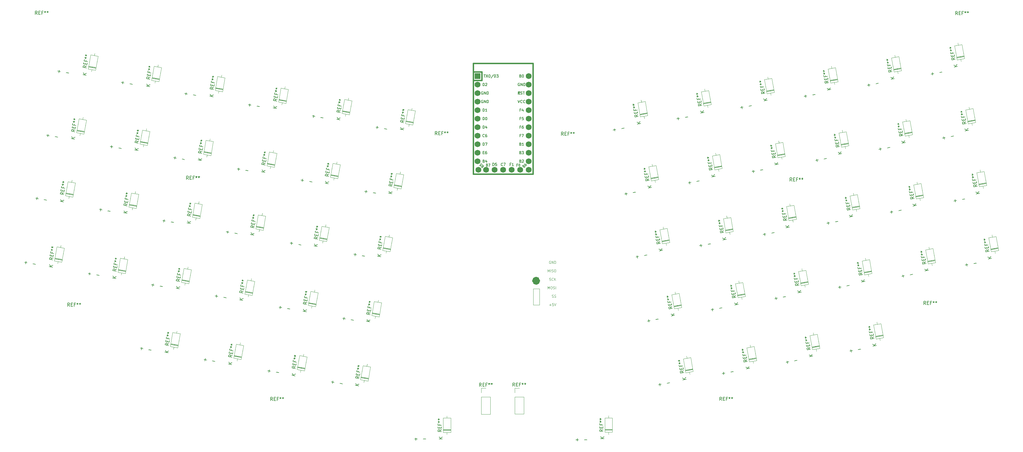
<source format=gbr>
G04 #@! TF.GenerationSoftware,KiCad,Pcbnew,(6.0.7)*
G04 #@! TF.CreationDate,2022-11-04T00:11:21-07:00*
G04 #@! TF.ProjectId,gigan rev2,67696761-6e20-4726-9576-322e6b696361,rev?*
G04 #@! TF.SameCoordinates,Original*
G04 #@! TF.FileFunction,Legend,Top*
G04 #@! TF.FilePolarity,Positive*
%FSLAX46Y46*%
G04 Gerber Fmt 4.6, Leading zero omitted, Abs format (unit mm)*
G04 Created by KiCad (PCBNEW (6.0.7)) date 2022-11-04 00:11:21*
%MOMM*%
%LPD*%
G01*
G04 APERTURE LIST*
%ADD10C,0.120000*%
%ADD11C,1.193578*%
%ADD12C,0.100000*%
%ADD13C,0.150000*%
%ADD14C,0.381000*%
%ADD15R,1.752600X1.752600*%
%ADD16C,1.752600*%
G04 APERTURE END LIST*
D10*
X220006224Y-139460323D02*
X221856224Y-139460323D01*
X221856224Y-139460323D02*
X221856224Y-144310323D01*
X221856224Y-144310323D02*
X220006224Y-144310323D01*
X220006224Y-144310323D02*
X220006224Y-139460323D01*
D11*
X221453013Y-137110323D02*
G75*
G03*
X221453013Y-137110323I-596789J0D01*
G01*
D12*
X225577652Y-142023894D02*
X225684795Y-142059608D01*
X225863366Y-142059608D01*
X225934795Y-142023894D01*
X225970509Y-141988180D01*
X226006223Y-141916751D01*
X226006223Y-141845323D01*
X225970509Y-141773894D01*
X225934795Y-141738180D01*
X225863366Y-141702465D01*
X225720509Y-141666751D01*
X225649081Y-141631037D01*
X225613366Y-141595323D01*
X225577652Y-141523894D01*
X225577652Y-141452465D01*
X225613366Y-141381037D01*
X225649081Y-141345323D01*
X225720509Y-141309608D01*
X225899081Y-141309608D01*
X226006223Y-141345323D01*
X226291938Y-142023894D02*
X226399081Y-142059608D01*
X226577652Y-142059608D01*
X226649081Y-142023894D01*
X226684795Y-141988180D01*
X226720509Y-141916751D01*
X226720509Y-141845323D01*
X226684795Y-141773894D01*
X226649081Y-141738180D01*
X226577652Y-141702465D01*
X226434795Y-141666751D01*
X226363366Y-141631037D01*
X226327652Y-141595323D01*
X226291938Y-141523894D01*
X226291938Y-141452465D01*
X226327652Y-141381037D01*
X226363366Y-141345323D01*
X226434795Y-141309608D01*
X226613366Y-141309608D01*
X226720509Y-141345323D01*
X224791938Y-136983894D02*
X224899081Y-137019608D01*
X225077652Y-137019608D01*
X225149081Y-136983894D01*
X225184795Y-136948180D01*
X225220509Y-136876751D01*
X225220509Y-136805323D01*
X225184795Y-136733894D01*
X225149081Y-136698180D01*
X225077652Y-136662465D01*
X224934795Y-136626751D01*
X224863366Y-136591037D01*
X224827652Y-136555323D01*
X224791938Y-136483894D01*
X224791938Y-136412465D01*
X224827652Y-136341037D01*
X224863366Y-136305323D01*
X224934795Y-136269608D01*
X225113366Y-136269608D01*
X225220509Y-136305323D01*
X225970509Y-136948180D02*
X225934795Y-136983894D01*
X225827652Y-137019608D01*
X225756224Y-137019608D01*
X225649081Y-136983894D01*
X225577652Y-136912465D01*
X225541938Y-136841037D01*
X225506224Y-136698180D01*
X225506224Y-136591037D01*
X225541938Y-136448180D01*
X225577652Y-136376751D01*
X225649081Y-136305323D01*
X225756224Y-136269608D01*
X225827652Y-136269608D01*
X225934795Y-136305323D01*
X225970509Y-136341037D01*
X226291938Y-137019608D02*
X226291938Y-136269608D01*
X226720509Y-137019608D02*
X226399081Y-136591037D01*
X226720509Y-136269608D02*
X226291938Y-136698180D01*
X225149081Y-131265323D02*
X225077652Y-131229608D01*
X224970510Y-131229608D01*
X224863367Y-131265323D01*
X224791938Y-131336751D01*
X224756224Y-131408180D01*
X224720510Y-131551037D01*
X224720510Y-131658180D01*
X224756224Y-131801037D01*
X224791938Y-131872465D01*
X224863367Y-131943894D01*
X224970510Y-131979608D01*
X225041938Y-131979608D01*
X225149081Y-131943894D01*
X225184795Y-131908180D01*
X225184795Y-131658180D01*
X225041938Y-131658180D01*
X225506224Y-131979608D02*
X225506224Y-131229608D01*
X225934795Y-131979608D01*
X225934795Y-131229608D01*
X226291938Y-131979608D02*
X226291938Y-131229608D01*
X226470510Y-131229608D01*
X226577652Y-131265323D01*
X226649081Y-131336751D01*
X226684795Y-131408180D01*
X226720510Y-131551037D01*
X226720510Y-131658180D01*
X226684795Y-131801037D01*
X226649081Y-131872465D01*
X226577652Y-131943894D01*
X226470510Y-131979608D01*
X226291938Y-131979608D01*
X224327652Y-134499608D02*
X224327652Y-133749608D01*
X224577652Y-134285323D01*
X224827652Y-133749608D01*
X224827652Y-134499608D01*
X225184795Y-134499608D02*
X225184795Y-133749608D01*
X225506224Y-134463894D02*
X225613366Y-134499608D01*
X225791938Y-134499608D01*
X225863366Y-134463894D01*
X225899081Y-134428180D01*
X225934795Y-134356751D01*
X225934795Y-134285323D01*
X225899081Y-134213894D01*
X225863366Y-134178180D01*
X225791938Y-134142465D01*
X225649081Y-134106751D01*
X225577652Y-134071037D01*
X225541938Y-134035323D01*
X225506224Y-133963894D01*
X225506224Y-133892465D01*
X225541938Y-133821037D01*
X225577652Y-133785323D01*
X225649081Y-133749608D01*
X225827652Y-133749608D01*
X225934795Y-133785323D01*
X226399081Y-133749608D02*
X226541938Y-133749608D01*
X226613366Y-133785323D01*
X226684795Y-133856751D01*
X226720509Y-133999608D01*
X226720509Y-134249608D01*
X226684795Y-134392465D01*
X226613366Y-134463894D01*
X226541938Y-134499608D01*
X226399081Y-134499608D01*
X226327652Y-134463894D01*
X226256224Y-134392465D01*
X226220509Y-134249608D01*
X226220509Y-133999608D01*
X226256224Y-133856751D01*
X226327652Y-133785323D01*
X226399081Y-133749608D01*
X224327652Y-139539608D02*
X224327652Y-138789608D01*
X224577652Y-139325323D01*
X224827652Y-138789608D01*
X224827652Y-139539608D01*
X225327652Y-138789608D02*
X225470509Y-138789608D01*
X225541938Y-138825323D01*
X225613366Y-138896751D01*
X225649081Y-139039608D01*
X225649081Y-139289608D01*
X225613366Y-139432465D01*
X225541938Y-139503894D01*
X225470509Y-139539608D01*
X225327652Y-139539608D01*
X225256224Y-139503894D01*
X225184795Y-139432465D01*
X225149081Y-139289608D01*
X225149081Y-139039608D01*
X225184795Y-138896751D01*
X225256224Y-138825323D01*
X225327652Y-138789608D01*
X225934795Y-139503894D02*
X226041938Y-139539608D01*
X226220509Y-139539608D01*
X226291938Y-139503894D01*
X226327652Y-139468180D01*
X226363366Y-139396751D01*
X226363366Y-139325323D01*
X226327652Y-139253894D01*
X226291938Y-139218180D01*
X226220509Y-139182465D01*
X226077652Y-139146751D01*
X226006224Y-139111037D01*
X225970509Y-139075323D01*
X225934795Y-139003894D01*
X225934795Y-138932465D01*
X225970509Y-138861037D01*
X226006224Y-138825323D01*
X226077652Y-138789608D01*
X226256224Y-138789608D01*
X226363366Y-138825323D01*
X226684795Y-139539608D02*
X226684795Y-138789608D01*
X224756224Y-144293894D02*
X225327652Y-144293894D01*
X225041938Y-144579608D02*
X225041938Y-144008180D01*
X226041938Y-143829608D02*
X225684795Y-143829608D01*
X225649081Y-144186751D01*
X225684795Y-144151037D01*
X225756224Y-144115323D01*
X225934795Y-144115323D01*
X226006224Y-144151037D01*
X226041938Y-144186751D01*
X226077652Y-144258180D01*
X226077652Y-144436751D01*
X226041938Y-144508180D01*
X226006224Y-144543894D01*
X225934795Y-144579608D01*
X225756224Y-144579608D01*
X225684795Y-144543894D01*
X225649081Y-144508180D01*
X226291938Y-143829608D02*
X226541938Y-144579608D01*
X226791938Y-143829608D01*
D13*
X114780810Y-136703273D02*
X114253971Y-136948852D01*
X114681582Y-137266020D02*
X113696775Y-137092372D01*
X113762926Y-136717207D01*
X113826360Y-136631685D01*
X113881524Y-136593058D01*
X113983585Y-136562700D01*
X114124271Y-136587507D01*
X114209794Y-136650941D01*
X114248420Y-136706105D01*
X114278778Y-136808165D01*
X114212626Y-137183330D01*
X114339379Y-136190254D02*
X114397262Y-135861984D01*
X114937920Y-135812256D02*
X114855231Y-136281212D01*
X113870423Y-136107564D01*
X113953112Y-135638608D01*
X114554372Y-134970968D02*
X114496489Y-135299237D01*
X115012341Y-135390196D02*
X114027533Y-135216547D01*
X114110223Y-134747591D01*
X114201181Y-134231740D02*
X114435659Y-134273085D01*
X114300523Y-134491025D02*
X114435659Y-134273085D01*
X114383213Y-134022069D01*
X114598435Y-134446847D02*
X114435659Y-134273085D01*
X114648049Y-134165474D01*
X114333485Y-133481410D02*
X114567963Y-133522755D01*
X114432827Y-133740695D02*
X114567963Y-133522755D01*
X114515516Y-133271739D01*
X114730738Y-133696517D02*
X114567963Y-133522755D01*
X114780352Y-133415144D01*
X114620400Y-139455806D02*
X113635593Y-139282158D01*
X114719628Y-138893059D02*
X114082460Y-139215892D01*
X113734820Y-138719411D02*
X114198340Y-139381386D01*
X173899985Y-91429843D02*
X173149655Y-91297539D01*
X173590972Y-90988526D02*
X173458668Y-91738856D01*
X176401396Y-91870909D02*
X175651066Y-91738605D01*
X235267047Y-184509028D02*
X236028952Y-184509028D01*
X232727047Y-184509028D02*
X233488952Y-184509028D01*
X233108000Y-184889980D02*
X233108000Y-184128076D01*
X102447826Y-95479796D02*
X101920987Y-95725375D01*
X102348598Y-96042543D02*
X101363791Y-95868895D01*
X101429942Y-95493730D01*
X101493376Y-95408208D01*
X101548540Y-95369581D01*
X101650601Y-95339223D01*
X101791287Y-95364030D01*
X101876810Y-95427464D01*
X101915436Y-95482628D01*
X101945794Y-95584688D01*
X101879642Y-95959853D01*
X102006395Y-94966777D02*
X102064278Y-94638507D01*
X102604936Y-94588779D02*
X102522247Y-95057735D01*
X101537439Y-94884087D01*
X101620128Y-94415131D01*
X102221388Y-93747491D02*
X102163505Y-94075760D01*
X102679357Y-94166719D02*
X101694549Y-93993070D01*
X101777239Y-93524114D01*
X101868197Y-93008263D02*
X102102675Y-93049608D01*
X101967539Y-93267548D02*
X102102675Y-93049608D01*
X102050229Y-92798592D01*
X102265451Y-93223370D02*
X102102675Y-93049608D01*
X102315065Y-92941997D01*
X102000501Y-92257933D02*
X102234979Y-92299278D01*
X102099843Y-92517218D02*
X102234979Y-92299278D01*
X102182532Y-92048262D01*
X102397754Y-92473040D02*
X102234979Y-92299278D01*
X102447368Y-92191667D01*
X102287416Y-98232329D02*
X101302609Y-98058681D01*
X102386644Y-97669582D02*
X101749476Y-97992415D01*
X101401836Y-97495934D02*
X101865356Y-98157909D01*
X148361596Y-125975576D02*
X147611266Y-125843272D01*
X148052583Y-125534259D02*
X147920279Y-126284589D01*
X150863007Y-126416642D02*
X150112677Y-126284338D01*
X330028052Y-93237486D02*
X329616978Y-93648445D01*
X330127279Y-93800234D02*
X329142471Y-93973882D01*
X329076320Y-93598717D01*
X329106677Y-93496657D01*
X329145304Y-93441492D01*
X329230826Y-93378059D01*
X329371513Y-93353252D01*
X329473573Y-93383610D01*
X329528738Y-93422236D01*
X329592171Y-93507758D01*
X329658323Y-93882923D01*
X329437779Y-92906384D02*
X329379897Y-92578115D01*
X329870941Y-92346470D02*
X329953631Y-92815426D01*
X328968823Y-92989074D01*
X328886134Y-92520118D01*
X329222786Y-91687099D02*
X329280669Y-92015368D01*
X329796521Y-91924409D02*
X328811713Y-92098058D01*
X328729023Y-91629101D01*
X328638065Y-91113250D02*
X328872543Y-91071905D01*
X328820096Y-91322921D02*
X328872543Y-91071905D01*
X328737407Y-90853965D01*
X329084932Y-91179516D02*
X328872543Y-91071905D01*
X329035318Y-90898142D01*
X328505761Y-90362920D02*
X328740240Y-90321575D01*
X328687793Y-90572591D02*
X328740240Y-90321575D01*
X328605103Y-90103635D01*
X328952629Y-90429186D02*
X328740240Y-90321575D01*
X328903015Y-90147813D01*
X330818738Y-95878885D02*
X329833930Y-96052533D01*
X330719511Y-95316138D02*
X330231184Y-95837426D01*
X329734703Y-95489786D02*
X330396678Y-95953306D01*
X112891576Y-119721254D02*
X112141246Y-119588950D01*
X110390165Y-119280188D02*
X109639835Y-119147884D01*
X110081152Y-118838871D02*
X109948848Y-119589201D01*
X131852277Y-123064537D02*
X131101947Y-122932233D01*
X129350866Y-122623471D02*
X128600536Y-122491167D01*
X129041853Y-122182154D02*
X128909549Y-122932484D01*
X119469264Y-81832240D02*
X118718934Y-81699936D01*
X116967853Y-81391174D02*
X116217523Y-81258870D01*
X116658840Y-80949857D02*
X116526536Y-81700187D01*
X319576090Y-78793103D02*
X320326420Y-78660799D01*
X320017407Y-79102116D02*
X319885103Y-78351786D01*
X322077501Y-78352037D02*
X322827831Y-78219733D01*
X174753032Y-127160362D02*
X174226193Y-127405941D01*
X174653804Y-127723109D02*
X173668997Y-127549461D01*
X173735148Y-127174296D01*
X173798582Y-127088774D01*
X173853746Y-127050147D01*
X173955807Y-127019789D01*
X174096493Y-127044596D01*
X174182016Y-127108030D01*
X174220642Y-127163194D01*
X174251000Y-127265254D01*
X174184848Y-127640419D01*
X174311601Y-126647343D02*
X174369484Y-126319073D01*
X174910142Y-126269345D02*
X174827453Y-126738301D01*
X173842645Y-126564653D01*
X173925334Y-126095697D01*
X174526594Y-125428057D02*
X174468711Y-125756326D01*
X174984563Y-125847285D02*
X173999755Y-125673636D01*
X174082445Y-125204680D01*
X174173403Y-124688829D02*
X174407881Y-124730174D01*
X174272745Y-124948114D02*
X174407881Y-124730174D01*
X174355435Y-124479158D01*
X174570657Y-124903936D02*
X174407881Y-124730174D01*
X174620271Y-124622563D01*
X174305707Y-123938499D02*
X174540185Y-123979844D01*
X174405049Y-124197784D02*
X174540185Y-123979844D01*
X174487738Y-123728828D01*
X174702960Y-124153606D02*
X174540185Y-123979844D01*
X174752574Y-123872233D01*
X174592622Y-129912895D02*
X173607815Y-129739247D01*
X174691850Y-129350148D02*
X174054682Y-129672981D01*
X173707042Y-129176500D02*
X174170562Y-129838475D01*
X159147457Y-105374303D02*
X158620618Y-105619882D01*
X159048229Y-105937050D02*
X158063422Y-105763402D01*
X158129573Y-105388237D01*
X158193007Y-105302715D01*
X158248171Y-105264088D01*
X158350232Y-105233730D01*
X158490918Y-105258537D01*
X158576441Y-105321971D01*
X158615067Y-105377135D01*
X158645425Y-105479195D01*
X158579273Y-105854360D01*
X158706026Y-104861284D02*
X158763909Y-104533014D01*
X159304567Y-104483286D02*
X159221878Y-104952242D01*
X158237070Y-104778594D01*
X158319759Y-104309638D01*
X158921019Y-103641998D02*
X158863136Y-103970267D01*
X159378988Y-104061226D02*
X158394180Y-103887577D01*
X158476870Y-103418621D01*
X158567828Y-102902770D02*
X158802306Y-102944115D01*
X158667170Y-103162055D02*
X158802306Y-102944115D01*
X158749860Y-102693099D01*
X158965082Y-103117877D02*
X158802306Y-102944115D01*
X159014696Y-102836504D01*
X158700132Y-102152440D02*
X158934610Y-102193785D01*
X158799474Y-102411725D02*
X158934610Y-102193785D01*
X158882163Y-101942769D01*
X159097385Y-102367547D02*
X158934610Y-102193785D01*
X159146999Y-102086174D01*
X158987047Y-108126836D02*
X158002240Y-107953188D01*
X159086275Y-107564089D02*
X158449107Y-107886922D01*
X158101467Y-107390441D02*
X158564987Y-108052416D01*
X116149546Y-100951845D02*
X115399216Y-100819541D01*
X113648135Y-100510779D02*
X112897805Y-100378475D01*
X113339122Y-100069462D02*
X113206818Y-100819792D01*
X142366666Y-172855980D02*
X142033333Y-172379790D01*
X141795238Y-172855980D02*
X141795238Y-171855980D01*
X142176190Y-171855980D01*
X142271428Y-171903600D01*
X142319047Y-171951219D01*
X142366666Y-172046457D01*
X142366666Y-172189314D01*
X142319047Y-172284552D01*
X142271428Y-172332171D01*
X142176190Y-172379790D01*
X141795238Y-172379790D01*
X142795238Y-172332171D02*
X143128571Y-172332171D01*
X143271428Y-172855980D02*
X142795238Y-172855980D01*
X142795238Y-171855980D01*
X143271428Y-171855980D01*
X144033333Y-172332171D02*
X143700000Y-172332171D01*
X143700000Y-172855980D02*
X143700000Y-171855980D01*
X144176190Y-171855980D01*
X144700000Y-171855980D02*
X144700000Y-172094076D01*
X144461904Y-171998838D02*
X144700000Y-172094076D01*
X144938095Y-171998838D01*
X144557142Y-172284552D02*
X144700000Y-172094076D01*
X144842857Y-172284552D01*
X145461904Y-171855980D02*
X145461904Y-172094076D01*
X145223809Y-171998838D02*
X145461904Y-172094076D01*
X145700000Y-171998838D01*
X145319047Y-172284552D02*
X145461904Y-172094076D01*
X145604761Y-172284552D01*
X276123066Y-172805180D02*
X275789733Y-172328990D01*
X275551638Y-172805180D02*
X275551638Y-171805180D01*
X275932590Y-171805180D01*
X276027828Y-171852800D01*
X276075447Y-171900419D01*
X276123066Y-171995657D01*
X276123066Y-172138514D01*
X276075447Y-172233752D01*
X276027828Y-172281371D01*
X275932590Y-172328990D01*
X275551638Y-172328990D01*
X276551638Y-172281371D02*
X276884971Y-172281371D01*
X277027828Y-172805180D02*
X276551638Y-172805180D01*
X276551638Y-171805180D01*
X277027828Y-171805180D01*
X277789733Y-172281371D02*
X277456400Y-172281371D01*
X277456400Y-172805180D02*
X277456400Y-171805180D01*
X277932590Y-171805180D01*
X278456400Y-171805180D02*
X278456400Y-172043276D01*
X278218304Y-171948038D02*
X278456400Y-172043276D01*
X278694495Y-171948038D01*
X278313542Y-172233752D02*
X278456400Y-172043276D01*
X278599257Y-172233752D01*
X279218304Y-171805180D02*
X279218304Y-172043276D01*
X278980209Y-171948038D02*
X279218304Y-172043276D01*
X279456400Y-171948038D01*
X279075447Y-172233752D02*
X279218304Y-172043276D01*
X279361161Y-172233752D01*
X326767184Y-74159086D02*
X326356110Y-74570045D01*
X326866411Y-74721834D02*
X325881603Y-74895482D01*
X325815452Y-74520317D01*
X325845809Y-74418257D01*
X325884436Y-74363092D01*
X325969958Y-74299659D01*
X326110645Y-74274852D01*
X326212705Y-74305210D01*
X326267870Y-74343836D01*
X326331303Y-74429358D01*
X326397455Y-74804523D01*
X326176911Y-73827984D02*
X326119029Y-73499715D01*
X326610073Y-73268070D02*
X326692763Y-73737026D01*
X325707955Y-73910674D01*
X325625266Y-73441718D01*
X325961918Y-72608699D02*
X326019801Y-72936968D01*
X326535653Y-72846009D02*
X325550845Y-73019658D01*
X325468155Y-72550701D01*
X325377197Y-72034850D02*
X325611675Y-71993505D01*
X325559228Y-72244521D02*
X325611675Y-71993505D01*
X325476539Y-71775565D01*
X325824064Y-72101116D02*
X325611675Y-71993505D01*
X325774450Y-71819742D01*
X325244893Y-71284520D02*
X325479372Y-71243175D01*
X325426925Y-71494191D02*
X325479372Y-71243175D01*
X325344235Y-71025235D01*
X325691761Y-71350786D02*
X325479372Y-71243175D01*
X325642147Y-71069413D01*
X327557870Y-76800485D02*
X326573062Y-76974133D01*
X327458643Y-76237738D02*
X326970316Y-76759026D01*
X326473835Y-76411386D02*
X327135810Y-76874906D01*
X72262666Y-57692380D02*
X71929333Y-57216190D01*
X71691238Y-57692380D02*
X71691238Y-56692380D01*
X72072190Y-56692380D01*
X72167428Y-56740000D01*
X72215047Y-56787619D01*
X72262666Y-56882857D01*
X72262666Y-57025714D01*
X72215047Y-57120952D01*
X72167428Y-57168571D01*
X72072190Y-57216190D01*
X71691238Y-57216190D01*
X72691238Y-57168571D02*
X73024571Y-57168571D01*
X73167428Y-57692380D02*
X72691238Y-57692380D01*
X72691238Y-56692380D01*
X73167428Y-56692380D01*
X73929333Y-57168571D02*
X73596000Y-57168571D01*
X73596000Y-57692380D02*
X73596000Y-56692380D01*
X74072190Y-56692380D01*
X74596000Y-56692380D02*
X74596000Y-56930476D01*
X74357904Y-56835238D02*
X74596000Y-56930476D01*
X74834095Y-56835238D01*
X74453142Y-57120952D02*
X74596000Y-56930476D01*
X74738857Y-57120952D01*
X75357904Y-56692380D02*
X75357904Y-56930476D01*
X75119809Y-56835238D02*
X75357904Y-56930476D01*
X75596000Y-56835238D01*
X75215047Y-57120952D02*
X75357904Y-56930476D01*
X75500761Y-57120952D01*
X163160704Y-167840232D02*
X162410374Y-167707928D01*
X160659293Y-167399166D02*
X159908963Y-167266862D01*
X160350280Y-166957849D02*
X160217976Y-167708179D01*
X204545866Y-168595180D02*
X204212533Y-168118990D01*
X203974438Y-168595180D02*
X203974438Y-167595180D01*
X204355390Y-167595180D01*
X204450628Y-167642800D01*
X204498247Y-167690419D01*
X204545866Y-167785657D01*
X204545866Y-167928514D01*
X204498247Y-168023752D01*
X204450628Y-168071371D01*
X204355390Y-168118990D01*
X203974438Y-168118990D01*
X204974438Y-168071371D02*
X205307771Y-168071371D01*
X205450628Y-168595180D02*
X204974438Y-168595180D01*
X204974438Y-167595180D01*
X205450628Y-167595180D01*
X206212533Y-168071371D02*
X205879200Y-168071371D01*
X205879200Y-168595180D02*
X205879200Y-167595180D01*
X206355390Y-167595180D01*
X206879200Y-167595180D02*
X206879200Y-167833276D01*
X206641104Y-167738038D02*
X206879200Y-167833276D01*
X207117295Y-167738038D01*
X206736342Y-168023752D02*
X206879200Y-167833276D01*
X207022057Y-168023752D01*
X207641104Y-167595180D02*
X207641104Y-167833276D01*
X207403009Y-167738038D02*
X207641104Y-167833276D01*
X207879200Y-167738038D01*
X207498247Y-168023752D02*
X207641104Y-167833276D01*
X207783961Y-168023752D01*
X187210247Y-184305828D02*
X187972152Y-184305828D01*
X184670247Y-184305828D02*
X185432152Y-184305828D01*
X185051200Y-184686780D02*
X185051200Y-183924876D01*
X95867238Y-133677802D02*
X95340399Y-133923381D01*
X95768010Y-134240549D02*
X94783203Y-134066901D01*
X94849354Y-133691736D01*
X94912788Y-133606214D01*
X94967952Y-133567587D01*
X95070013Y-133537229D01*
X95210699Y-133562036D01*
X95296222Y-133625470D01*
X95334848Y-133680634D01*
X95365206Y-133782694D01*
X95299054Y-134157859D01*
X95425807Y-133164783D02*
X95483690Y-132836513D01*
X96024348Y-132786785D02*
X95941659Y-133255741D01*
X94956851Y-133082093D01*
X95039540Y-132613137D01*
X95640800Y-131945497D02*
X95582917Y-132273766D01*
X96098769Y-132364725D02*
X95113961Y-132191076D01*
X95196651Y-131722120D01*
X95287609Y-131206269D02*
X95522087Y-131247614D01*
X95386951Y-131465554D02*
X95522087Y-131247614D01*
X95469641Y-130996598D01*
X95684863Y-131421376D02*
X95522087Y-131247614D01*
X95734477Y-131140003D01*
X95419913Y-130455939D02*
X95654391Y-130497284D01*
X95519255Y-130715224D02*
X95654391Y-130497284D01*
X95601944Y-130246268D01*
X95817166Y-130671046D02*
X95654391Y-130497284D01*
X95866780Y-130389673D01*
X95706828Y-136430335D02*
X94722021Y-136256687D01*
X95806056Y-135867588D02*
X95168888Y-136190421D01*
X94821248Y-135693940D02*
X95284768Y-136355915D01*
X268715231Y-107466207D02*
X269465561Y-107333903D01*
X266213820Y-107907273D02*
X266964150Y-107774969D01*
X266655137Y-108216286D02*
X266522833Y-107465956D01*
X317989317Y-134666998D02*
X317578243Y-135077957D01*
X318088544Y-135229746D02*
X317103736Y-135403394D01*
X317037585Y-135028229D01*
X317067942Y-134926169D01*
X317106569Y-134871004D01*
X317192091Y-134807571D01*
X317332778Y-134782764D01*
X317434838Y-134813122D01*
X317490003Y-134851748D01*
X317553436Y-134937270D01*
X317619588Y-135312435D01*
X317399044Y-134335896D02*
X317341162Y-134007627D01*
X317832206Y-133775982D02*
X317914896Y-134244938D01*
X316930088Y-134418586D01*
X316847399Y-133949630D01*
X317184051Y-133116611D02*
X317241934Y-133444880D01*
X317757786Y-133353921D02*
X316772978Y-133527570D01*
X316690288Y-133058613D01*
X316599330Y-132542762D02*
X316833808Y-132501417D01*
X316781361Y-132752433D02*
X316833808Y-132501417D01*
X316698672Y-132283477D01*
X317046197Y-132609028D02*
X316833808Y-132501417D01*
X316996583Y-132327654D01*
X316467026Y-131792432D02*
X316701505Y-131751087D01*
X316649058Y-132002103D02*
X316701505Y-131751087D01*
X316566368Y-131533147D01*
X316913894Y-131858698D02*
X316701505Y-131751087D01*
X316864280Y-131577325D01*
X318780003Y-137308397D02*
X317795195Y-137482045D01*
X318680776Y-136745650D02*
X318192449Y-137266938D01*
X317695968Y-136919298D02*
X318357943Y-137382818D01*
X128532558Y-142184144D02*
X127782228Y-142051840D01*
X126031147Y-141743078D02*
X125280817Y-141610774D01*
X125722134Y-141301761D02*
X125589830Y-142052091D01*
X322995864Y-97895067D02*
X323746194Y-97762763D01*
X323437181Y-98204080D02*
X323304877Y-97453750D01*
X325497275Y-97454001D02*
X326247605Y-97321697D01*
X302471956Y-156953339D02*
X302060882Y-157364298D01*
X302571183Y-157516087D02*
X301586375Y-157689735D01*
X301520224Y-157314570D01*
X301550581Y-157212510D01*
X301589208Y-157157345D01*
X301674730Y-157093912D01*
X301815417Y-157069105D01*
X301917477Y-157099463D01*
X301972642Y-157138089D01*
X302036075Y-157223611D01*
X302102227Y-157598776D01*
X301881683Y-156622237D02*
X301823801Y-156293968D01*
X302314845Y-156062323D02*
X302397535Y-156531279D01*
X301412727Y-156704927D01*
X301330038Y-156235971D01*
X301666690Y-155402952D02*
X301724573Y-155731221D01*
X302240425Y-155640262D02*
X301255617Y-155813911D01*
X301172927Y-155344954D01*
X301081969Y-154829103D02*
X301316447Y-154787758D01*
X301264000Y-155038774D02*
X301316447Y-154787758D01*
X301181311Y-154569818D01*
X301528836Y-154895369D02*
X301316447Y-154787758D01*
X301479222Y-154613995D01*
X300949665Y-154078773D02*
X301184144Y-154037428D01*
X301131697Y-154288444D02*
X301184144Y-154037428D01*
X301049007Y-153819488D01*
X301396533Y-154145039D02*
X301184144Y-154037428D01*
X301346919Y-153863666D01*
X303262642Y-159594738D02*
X302277834Y-159768386D01*
X303163415Y-159031991D02*
X302675088Y-159553279D01*
X302178607Y-159205639D02*
X302840582Y-159669159D01*
X314416556Y-115282507D02*
X314005482Y-115693466D01*
X314515783Y-115845255D02*
X313530975Y-116018903D01*
X313464824Y-115643738D01*
X313495181Y-115541678D01*
X313533808Y-115486513D01*
X313619330Y-115423080D01*
X313760017Y-115398273D01*
X313862077Y-115428631D01*
X313917242Y-115467257D01*
X313980675Y-115552779D01*
X314046827Y-115927944D01*
X313826283Y-114951405D02*
X313768401Y-114623136D01*
X314259445Y-114391491D02*
X314342135Y-114860447D01*
X313357327Y-115034095D01*
X313274638Y-114565139D01*
X313611290Y-113732120D02*
X313669173Y-114060389D01*
X314185025Y-113969430D02*
X313200217Y-114143079D01*
X313117527Y-113674122D01*
X313026569Y-113158271D02*
X313261047Y-113116926D01*
X313208600Y-113367942D02*
X313261047Y-113116926D01*
X313125911Y-112898986D01*
X313473436Y-113224537D02*
X313261047Y-113116926D01*
X313423822Y-112943163D01*
X312894265Y-112407941D02*
X313128744Y-112366596D01*
X313076297Y-112617612D02*
X313128744Y-112366596D01*
X312993607Y-112148656D01*
X313341133Y-112474207D02*
X313128744Y-112366596D01*
X313291519Y-112192834D01*
X315207242Y-117923906D02*
X314222434Y-118097554D01*
X315108015Y-117361159D02*
X314619688Y-117882447D01*
X314123207Y-117534807D02*
X314785182Y-117998327D01*
X278822127Y-164324570D02*
X279572457Y-164192266D01*
X276320716Y-164765636D02*
X277071046Y-164633332D01*
X276762033Y-165074649D02*
X276629729Y-164324319D01*
X269571846Y-126659040D02*
X270322176Y-126526736D01*
X270013163Y-126968053D02*
X269880859Y-126217723D01*
X272073257Y-126217974D02*
X272823587Y-126085670D01*
X333336051Y-111998075D02*
X332924977Y-112409034D01*
X333435278Y-112560823D02*
X332450470Y-112734471D01*
X332384319Y-112359306D01*
X332414676Y-112257246D01*
X332453303Y-112202081D01*
X332538825Y-112138648D01*
X332679512Y-112113841D01*
X332781572Y-112144199D01*
X332836737Y-112182825D01*
X332900170Y-112268347D01*
X332966322Y-112643512D01*
X332745778Y-111666973D02*
X332687896Y-111338704D01*
X333178940Y-111107059D02*
X333261630Y-111576015D01*
X332276822Y-111749663D01*
X332194133Y-111280707D01*
X332530785Y-110447688D02*
X332588668Y-110775957D01*
X333104520Y-110684998D02*
X332119712Y-110858647D01*
X332037022Y-110389690D01*
X331946064Y-109873839D02*
X332180542Y-109832494D01*
X332128095Y-110083510D02*
X332180542Y-109832494D01*
X332045406Y-109614554D01*
X332392931Y-109940105D02*
X332180542Y-109832494D01*
X332343317Y-109658731D01*
X331813760Y-109123509D02*
X332048239Y-109082164D01*
X331995792Y-109333180D02*
X332048239Y-109082164D01*
X331913102Y-108864224D01*
X332260628Y-109189775D02*
X332048239Y-109082164D01*
X332211014Y-108908402D01*
X334126737Y-114639474D02*
X333141929Y-114813122D01*
X334027510Y-114076727D02*
X333539183Y-114598015D01*
X333042702Y-114250375D02*
X333704677Y-114713895D01*
X265295454Y-88364244D02*
X266045784Y-88231940D01*
X262794043Y-88805310D02*
X263544373Y-88673006D01*
X263235360Y-89114323D02*
X263103056Y-88363993D01*
X251183344Y-87538140D02*
X250772270Y-87949099D01*
X251282571Y-88100888D02*
X250297763Y-88274536D01*
X250231612Y-87899371D01*
X250261969Y-87797311D01*
X250300596Y-87742146D01*
X250386118Y-87678713D01*
X250526805Y-87653906D01*
X250628865Y-87684264D01*
X250684030Y-87722890D01*
X250747463Y-87808412D01*
X250813615Y-88183577D01*
X250593071Y-87207038D02*
X250535189Y-86878769D01*
X251026233Y-86647124D02*
X251108923Y-87116080D01*
X250124115Y-87289728D01*
X250041426Y-86820772D01*
X250378078Y-85987753D02*
X250435961Y-86316022D01*
X250951813Y-86225063D02*
X249967005Y-86398712D01*
X249884315Y-85929755D01*
X249793357Y-85413904D02*
X250027835Y-85372559D01*
X249975388Y-85623575D02*
X250027835Y-85372559D01*
X249892699Y-85154619D01*
X250240224Y-85480170D02*
X250027835Y-85372559D01*
X250190610Y-85198796D01*
X249661053Y-84663574D02*
X249895532Y-84622229D01*
X249843085Y-84873245D02*
X249895532Y-84622229D01*
X249760395Y-84404289D01*
X250107921Y-84729840D02*
X249895532Y-84622229D01*
X250058307Y-84448467D01*
X251974030Y-90179539D02*
X250989222Y-90353187D01*
X251874803Y-89616792D02*
X251386476Y-90138080D01*
X250889995Y-89790440D02*
X251551970Y-90253960D01*
X332275076Y-135307731D02*
X333025406Y-135175427D01*
X329773665Y-135748797D02*
X330523995Y-135616493D01*
X330214982Y-136057810D02*
X330082678Y-135307480D01*
X256532330Y-148663221D02*
X257282660Y-148530917D01*
X254030919Y-149104287D02*
X254781249Y-148971983D01*
X254472236Y-149413300D02*
X254339932Y-148662970D01*
X270102836Y-84253708D02*
X269691762Y-84664667D01*
X270202063Y-84816456D02*
X269217255Y-84990104D01*
X269151104Y-84614939D01*
X269181461Y-84512879D01*
X269220088Y-84457714D01*
X269305610Y-84394281D01*
X269446297Y-84369474D01*
X269548357Y-84399832D01*
X269603522Y-84438458D01*
X269666955Y-84523980D01*
X269733107Y-84899145D01*
X269512563Y-83922606D02*
X269454681Y-83594337D01*
X269945725Y-83362692D02*
X270028415Y-83831648D01*
X269043607Y-84005296D01*
X268960918Y-83536340D01*
X269297570Y-82703321D02*
X269355453Y-83031590D01*
X269871305Y-82940631D02*
X268886497Y-83114280D01*
X268803807Y-82645323D01*
X268712849Y-82129472D02*
X268947327Y-82088127D01*
X268894880Y-82339143D02*
X268947327Y-82088127D01*
X268812191Y-81870187D01*
X269159716Y-82195738D02*
X268947327Y-82088127D01*
X269110102Y-81914364D01*
X268580545Y-81379142D02*
X268815024Y-81337797D01*
X268762577Y-81588813D02*
X268815024Y-81337797D01*
X268679887Y-81119857D01*
X269027413Y-81445408D02*
X268815024Y-81337797D01*
X268977799Y-81164035D01*
X270893522Y-86895107D02*
X269908714Y-87068755D01*
X270794295Y-86332360D02*
X270305968Y-86853648D01*
X269809487Y-86506008D02*
X270471462Y-86969528D01*
X88209802Y-135074156D02*
X87459472Y-134941852D01*
X87900789Y-134632839D02*
X87768485Y-135383169D01*
X90711213Y-135515222D02*
X89960883Y-135382918D01*
X122687864Y-160703780D02*
X121937534Y-160571476D01*
X122378851Y-160262463D02*
X122246547Y-161012793D01*
X125189275Y-161144846D02*
X124438945Y-161012542D01*
X97288901Y-97626206D02*
X96538571Y-97493902D01*
X94787490Y-97185140D02*
X94037160Y-97052836D01*
X94478477Y-96743823D02*
X94346173Y-97494153D01*
X328855301Y-116205767D02*
X329605631Y-116073463D01*
X326353890Y-116646833D02*
X327104220Y-116514529D01*
X326795207Y-116955846D02*
X326662903Y-116205516D01*
X336930666Y-144204780D02*
X336597333Y-143728590D01*
X336359238Y-144204780D02*
X336359238Y-143204780D01*
X336740190Y-143204780D01*
X336835428Y-143252400D01*
X336883047Y-143300019D01*
X336930666Y-143395257D01*
X336930666Y-143538114D01*
X336883047Y-143633352D01*
X336835428Y-143680971D01*
X336740190Y-143728590D01*
X336359238Y-143728590D01*
X337359238Y-143680971D02*
X337692571Y-143680971D01*
X337835428Y-144204780D02*
X337359238Y-144204780D01*
X337359238Y-143204780D01*
X337835428Y-143204780D01*
X338597333Y-143680971D02*
X338264000Y-143680971D01*
X338264000Y-144204780D02*
X338264000Y-143204780D01*
X338740190Y-143204780D01*
X339264000Y-143204780D02*
X339264000Y-143442876D01*
X339025904Y-143347638D02*
X339264000Y-143442876D01*
X339502095Y-143347638D01*
X339121142Y-143633352D02*
X339264000Y-143442876D01*
X339406857Y-143633352D01*
X340025904Y-143204780D02*
X340025904Y-143442876D01*
X339787809Y-143347638D02*
X340025904Y-143442876D01*
X340264000Y-143347638D01*
X339883047Y-143633352D02*
X340025904Y-143442876D01*
X340168761Y-143633352D01*
X99139828Y-114240385D02*
X98612989Y-114485964D01*
X99040600Y-114803132D02*
X98055793Y-114629484D01*
X98121944Y-114254319D01*
X98185378Y-114168797D01*
X98240542Y-114130170D01*
X98342603Y-114099812D01*
X98483289Y-114124619D01*
X98568812Y-114188053D01*
X98607438Y-114243217D01*
X98637796Y-114345277D01*
X98571644Y-114720442D01*
X98698397Y-113727366D02*
X98756280Y-113399096D01*
X99296938Y-113349368D02*
X99214249Y-113818324D01*
X98229441Y-113644676D01*
X98312130Y-113175720D01*
X98913390Y-112508080D02*
X98855507Y-112836349D01*
X99371359Y-112927308D02*
X98386551Y-112753659D01*
X98469241Y-112284703D01*
X98560199Y-111768852D02*
X98794677Y-111810197D01*
X98659541Y-112028137D02*
X98794677Y-111810197D01*
X98742231Y-111559181D01*
X98957453Y-111983959D02*
X98794677Y-111810197D01*
X99007067Y-111702586D01*
X98692503Y-111018522D02*
X98926981Y-111059867D01*
X98791845Y-111277807D02*
X98926981Y-111059867D01*
X98874534Y-110808851D01*
X99089756Y-111233629D02*
X98926981Y-111059867D01*
X99139370Y-110952256D01*
X98979418Y-116992918D02*
X97994611Y-116819270D01*
X99078646Y-116430171D02*
X98441478Y-116753004D01*
X98093838Y-116256523D02*
X98557358Y-116918498D01*
X254444212Y-106616540D02*
X254033138Y-107027499D01*
X254543439Y-107179288D02*
X253558631Y-107352936D01*
X253492480Y-106977771D01*
X253522837Y-106875711D01*
X253561464Y-106820546D01*
X253646986Y-106757113D01*
X253787673Y-106732306D01*
X253889733Y-106762664D01*
X253944898Y-106801290D01*
X254008331Y-106886812D01*
X254074483Y-107261977D01*
X253853939Y-106285438D02*
X253796057Y-105957169D01*
X254287101Y-105725524D02*
X254369791Y-106194480D01*
X253384983Y-106368128D01*
X253302294Y-105899172D01*
X253638946Y-105066153D02*
X253696829Y-105394422D01*
X254212681Y-105303463D02*
X253227873Y-105477112D01*
X253145183Y-105008155D01*
X253054225Y-104492304D02*
X253288703Y-104450959D01*
X253236256Y-104701975D02*
X253288703Y-104450959D01*
X253153567Y-104233019D01*
X253501092Y-104558570D02*
X253288703Y-104450959D01*
X253451478Y-104277196D01*
X252921921Y-103741974D02*
X253156400Y-103700629D01*
X253103953Y-103951645D02*
X253156400Y-103700629D01*
X253021263Y-103482689D01*
X253368789Y-103808240D02*
X253156400Y-103700629D01*
X253319175Y-103526867D01*
X255234898Y-109257939D02*
X254250090Y-109431587D01*
X255135671Y-108695192D02*
X254647344Y-109216480D01*
X254150863Y-108868840D02*
X254812838Y-109332360D01*
X348835768Y-89611676D02*
X348424694Y-90022635D01*
X348934995Y-90174424D02*
X347950187Y-90348072D01*
X347884036Y-89972907D01*
X347914393Y-89870847D01*
X347953020Y-89815682D01*
X348038542Y-89752249D01*
X348179229Y-89727442D01*
X348281289Y-89757800D01*
X348336454Y-89796426D01*
X348399887Y-89881948D01*
X348466039Y-90257113D01*
X348245495Y-89280574D02*
X348187613Y-88952305D01*
X348678657Y-88720660D02*
X348761347Y-89189616D01*
X347776539Y-89363264D01*
X347693850Y-88894308D01*
X348030502Y-88061289D02*
X348088385Y-88389558D01*
X348604237Y-88298599D02*
X347619429Y-88472248D01*
X347536739Y-88003291D01*
X347445781Y-87487440D02*
X347680259Y-87446095D01*
X347627812Y-87697111D02*
X347680259Y-87446095D01*
X347545123Y-87228155D01*
X347892648Y-87553706D02*
X347680259Y-87446095D01*
X347843034Y-87272332D01*
X347313477Y-86737110D02*
X347547956Y-86695765D01*
X347495509Y-86946781D02*
X347547956Y-86695765D01*
X347412819Y-86477825D01*
X347760345Y-86803376D02*
X347547956Y-86695765D01*
X347710731Y-86522003D01*
X349626454Y-92253075D02*
X348641646Y-92426723D01*
X349527227Y-91690328D02*
X349038900Y-92211616D01*
X348542419Y-91863976D02*
X349204394Y-92327496D01*
X155839461Y-124134891D02*
X155312622Y-124380470D01*
X155740233Y-124697638D02*
X154755426Y-124523990D01*
X154821577Y-124148825D01*
X154885011Y-124063303D01*
X154940175Y-124024676D01*
X155042236Y-123994318D01*
X155182922Y-124019125D01*
X155268445Y-124082559D01*
X155307071Y-124137723D01*
X155337429Y-124239783D01*
X155271277Y-124614948D01*
X155398030Y-123621872D02*
X155455913Y-123293602D01*
X155996571Y-123243874D02*
X155913882Y-123712830D01*
X154929074Y-123539182D01*
X155011763Y-123070226D01*
X155613023Y-122402586D02*
X155555140Y-122730855D01*
X156070992Y-122821814D02*
X155086184Y-122648165D01*
X155168874Y-122179209D01*
X155259832Y-121663358D02*
X155494310Y-121704703D01*
X155359174Y-121922643D02*
X155494310Y-121704703D01*
X155441864Y-121453687D01*
X155657086Y-121878465D02*
X155494310Y-121704703D01*
X155706700Y-121597092D01*
X155392136Y-120913028D02*
X155626614Y-120954373D01*
X155491478Y-121172313D02*
X155626614Y-120954373D01*
X155574167Y-120703357D01*
X155789389Y-121128135D02*
X155626614Y-120954373D01*
X155839003Y-120846762D01*
X155679051Y-126887424D02*
X154694244Y-126713776D01*
X155778279Y-126324677D02*
X155141111Y-126647510D01*
X154793471Y-126151029D02*
X155256991Y-126813004D01*
X138429965Y-85175523D02*
X137679635Y-85043219D01*
X135928554Y-84734457D02*
X135178224Y-84602153D01*
X135619541Y-84293140D02*
X135487237Y-85043470D01*
X171480441Y-146597782D02*
X170953602Y-146843361D01*
X171381213Y-147160529D02*
X170396406Y-146986881D01*
X170462557Y-146611716D01*
X170525991Y-146526194D01*
X170581155Y-146487567D01*
X170683216Y-146457209D01*
X170823902Y-146482016D01*
X170909425Y-146545450D01*
X170948051Y-146600614D01*
X170978409Y-146702674D01*
X170912257Y-147077839D01*
X171039010Y-146084763D02*
X171096893Y-145756493D01*
X171637551Y-145706765D02*
X171554862Y-146175721D01*
X170570054Y-146002073D01*
X170652743Y-145533117D01*
X171254003Y-144865477D02*
X171196120Y-145193746D01*
X171711972Y-145284705D02*
X170727164Y-145111056D01*
X170809854Y-144642100D01*
X170900812Y-144126249D02*
X171135290Y-144167594D01*
X171000154Y-144385534D02*
X171135290Y-144167594D01*
X171082844Y-143916578D01*
X171298066Y-144341356D02*
X171135290Y-144167594D01*
X171347680Y-144059983D01*
X171033116Y-143375919D02*
X171267594Y-143417264D01*
X171132458Y-143635204D02*
X171267594Y-143417264D01*
X171215147Y-143166248D01*
X171430369Y-143591026D02*
X171267594Y-143417264D01*
X171479983Y-143309653D01*
X171320031Y-149350315D02*
X170335224Y-149176667D01*
X171419259Y-148787568D02*
X170782091Y-149110401D01*
X170434451Y-148613920D02*
X170897971Y-149275895D01*
X140245606Y-101989813D02*
X139718767Y-102235392D01*
X140146378Y-102552560D02*
X139161571Y-102378912D01*
X139227722Y-102003747D01*
X139291156Y-101918225D01*
X139346320Y-101879598D01*
X139448381Y-101849240D01*
X139589067Y-101874047D01*
X139674590Y-101937481D01*
X139713216Y-101992645D01*
X139743574Y-102094705D01*
X139677422Y-102469870D01*
X139804175Y-101476794D02*
X139862058Y-101148524D01*
X140402716Y-101098796D02*
X140320027Y-101567752D01*
X139335219Y-101394104D01*
X139417908Y-100925148D01*
X140019168Y-100257508D02*
X139961285Y-100585777D01*
X140477137Y-100676736D02*
X139492329Y-100503087D01*
X139575019Y-100034131D01*
X139665977Y-99518280D02*
X139900455Y-99559625D01*
X139765319Y-99777565D02*
X139900455Y-99559625D01*
X139848009Y-99308609D01*
X140063231Y-99733387D02*
X139900455Y-99559625D01*
X140112845Y-99452014D01*
X139798281Y-98767950D02*
X140032759Y-98809295D01*
X139897623Y-99027235D02*
X140032759Y-98809295D01*
X139980312Y-98558279D01*
X140195534Y-98983057D02*
X140032759Y-98809295D01*
X140245148Y-98701684D01*
X140085196Y-104742346D02*
X139100389Y-104568698D01*
X140184424Y-104179599D02*
X139547256Y-104502432D01*
X139199616Y-104005951D02*
X139663136Y-104667926D01*
X283664238Y-160579149D02*
X283253164Y-160990108D01*
X283763465Y-161141897D02*
X282778657Y-161315545D01*
X282712506Y-160940380D01*
X282742863Y-160838320D01*
X282781490Y-160783155D01*
X282867012Y-160719722D01*
X283007699Y-160694915D01*
X283109759Y-160725273D01*
X283164924Y-160763899D01*
X283228357Y-160849421D01*
X283294509Y-161224586D01*
X283073965Y-160248047D02*
X283016083Y-159919778D01*
X283507127Y-159688133D02*
X283589817Y-160157089D01*
X282605009Y-160330737D01*
X282522320Y-159861781D01*
X282858972Y-159028762D02*
X282916855Y-159357031D01*
X283432707Y-159266072D02*
X282447899Y-159439721D01*
X282365209Y-158970764D01*
X282274251Y-158454913D02*
X282508729Y-158413568D01*
X282456282Y-158664584D02*
X282508729Y-158413568D01*
X282373593Y-158195628D01*
X282721118Y-158521179D02*
X282508729Y-158413568D01*
X282671504Y-158239805D01*
X282141947Y-157704583D02*
X282376426Y-157663238D01*
X282323979Y-157914254D02*
X282376426Y-157663238D01*
X282241289Y-157445298D01*
X282588815Y-157770849D02*
X282376426Y-157663238D01*
X282539201Y-157489476D01*
X284454924Y-163220548D02*
X283470116Y-163394196D01*
X284355697Y-162657801D02*
X283867370Y-163179089D01*
X283370889Y-162831449D02*
X284032864Y-163294969D01*
X121361398Y-98505267D02*
X120834559Y-98750846D01*
X121262170Y-99068014D02*
X120277363Y-98894366D01*
X120343514Y-98519201D01*
X120406948Y-98433679D01*
X120462112Y-98395052D01*
X120564173Y-98364694D01*
X120704859Y-98389501D01*
X120790382Y-98452935D01*
X120829008Y-98508099D01*
X120859366Y-98610159D01*
X120793214Y-98985324D01*
X120919967Y-97992248D02*
X120977850Y-97663978D01*
X121518508Y-97614250D02*
X121435819Y-98083206D01*
X120451011Y-97909558D01*
X120533700Y-97440602D01*
X121134960Y-96772962D02*
X121077077Y-97101231D01*
X121592929Y-97192190D02*
X120608121Y-97018541D01*
X120690811Y-96549585D01*
X120781769Y-96033734D02*
X121016247Y-96075079D01*
X120881111Y-96293019D02*
X121016247Y-96075079D01*
X120963801Y-95824063D01*
X121179023Y-96248841D02*
X121016247Y-96075079D01*
X121228637Y-95967468D01*
X120914073Y-95283404D02*
X121148551Y-95324749D01*
X121013415Y-95542689D02*
X121148551Y-95324749D01*
X121096104Y-95073733D01*
X121311326Y-95498511D02*
X121148551Y-95324749D01*
X121360940Y-95217138D01*
X121200988Y-101257800D02*
X120216181Y-101084152D01*
X121300216Y-100695053D02*
X120663048Y-101017886D01*
X120315408Y-100521405D02*
X120778928Y-101183380D01*
X295331445Y-161413531D02*
X296081775Y-161281227D01*
X295772762Y-161722544D02*
X295640458Y-160972214D01*
X297832856Y-160972465D02*
X298583186Y-160840161D01*
X344457977Y-94110719D02*
X345208307Y-93978415D01*
X341956566Y-94551785D02*
X342706896Y-94419481D01*
X342397883Y-94860798D02*
X342265579Y-94110468D01*
X76965388Y-130293313D02*
X76438549Y-130538892D01*
X76866160Y-130856060D02*
X75881353Y-130682412D01*
X75947504Y-130307247D01*
X76010938Y-130221725D01*
X76066102Y-130183098D01*
X76168163Y-130152740D01*
X76308849Y-130177547D01*
X76394372Y-130240981D01*
X76432998Y-130296145D01*
X76463356Y-130398205D01*
X76397204Y-130773370D01*
X76523957Y-129780294D02*
X76581840Y-129452024D01*
X77122498Y-129402296D02*
X77039809Y-129871252D01*
X76055001Y-129697604D01*
X76137690Y-129228648D01*
X76738950Y-128561008D02*
X76681067Y-128889277D01*
X77196919Y-128980236D02*
X76212111Y-128806587D01*
X76294801Y-128337631D01*
X76385759Y-127821780D02*
X76620237Y-127863125D01*
X76485101Y-128081065D02*
X76620237Y-127863125D01*
X76567791Y-127612109D01*
X76783013Y-128036887D02*
X76620237Y-127863125D01*
X76832627Y-127755514D01*
X76518063Y-127071450D02*
X76752541Y-127112795D01*
X76617405Y-127330735D02*
X76752541Y-127112795D01*
X76700094Y-126861779D01*
X76915316Y-127286557D02*
X76752541Y-127112795D01*
X76964930Y-127005184D01*
X76804978Y-133045846D02*
X75820171Y-132872198D01*
X76904206Y-132483099D02*
X76267038Y-132805932D01*
X75919398Y-132309451D02*
X76382918Y-132971426D01*
X311108558Y-96521920D02*
X310697484Y-96932879D01*
X311207785Y-97084668D02*
X310222977Y-97258316D01*
X310156826Y-96883151D01*
X310187183Y-96781091D01*
X310225810Y-96725926D01*
X310311332Y-96662493D01*
X310452019Y-96637686D01*
X310554079Y-96668044D01*
X310609244Y-96706670D01*
X310672677Y-96792192D01*
X310738829Y-97167357D01*
X310518285Y-96190818D02*
X310460403Y-95862549D01*
X310951447Y-95630904D02*
X311034137Y-96099860D01*
X310049329Y-96273508D01*
X309966640Y-95804552D01*
X310303292Y-94971533D02*
X310361175Y-95299802D01*
X310877027Y-95208843D02*
X309892219Y-95382492D01*
X309809529Y-94913535D01*
X309718571Y-94397684D02*
X309953049Y-94356339D01*
X309900602Y-94607355D02*
X309953049Y-94356339D01*
X309817913Y-94138399D01*
X310165438Y-94463950D02*
X309953049Y-94356339D01*
X310115824Y-94182576D01*
X309586267Y-93647354D02*
X309820746Y-93606009D01*
X309768299Y-93857025D02*
X309820746Y-93606009D01*
X309685609Y-93388069D01*
X310033135Y-93713620D02*
X309820746Y-93606009D01*
X309983521Y-93432247D01*
X311899244Y-99163319D02*
X310914436Y-99336967D01*
X311800017Y-98600572D02*
X311311690Y-99121860D01*
X310815209Y-98774220D02*
X311477184Y-99237740D01*
X178061030Y-108399776D02*
X177534191Y-108645355D01*
X177961802Y-108962523D02*
X176976995Y-108788875D01*
X177043146Y-108413710D01*
X177106580Y-108328188D01*
X177161744Y-108289561D01*
X177263805Y-108259203D01*
X177404491Y-108284010D01*
X177490014Y-108347444D01*
X177528640Y-108402608D01*
X177558998Y-108504668D01*
X177492846Y-108879833D01*
X177619599Y-107886757D02*
X177677482Y-107558487D01*
X178218140Y-107508759D02*
X178135451Y-107977715D01*
X177150643Y-107804067D01*
X177233332Y-107335111D01*
X177834592Y-106667471D02*
X177776709Y-106995740D01*
X178292561Y-107086699D02*
X177307753Y-106913050D01*
X177390443Y-106444094D01*
X177481401Y-105928243D02*
X177715879Y-105969588D01*
X177580743Y-106187528D02*
X177715879Y-105969588D01*
X177663433Y-105718572D01*
X177878655Y-106143350D02*
X177715879Y-105969588D01*
X177928269Y-105861977D01*
X177613705Y-105177913D02*
X177848183Y-105219258D01*
X177713047Y-105437198D02*
X177848183Y-105219258D01*
X177795736Y-104968242D01*
X178010958Y-105393020D02*
X177848183Y-105219258D01*
X178060572Y-105111647D01*
X177900620Y-111152309D02*
X176915813Y-110978661D01*
X177999848Y-110589562D02*
X177362680Y-110912395D01*
X177015040Y-110415914D02*
X177478560Y-111077889D01*
X75826790Y-93841857D02*
X75076460Y-93709553D01*
X75517777Y-93400540D02*
X75385473Y-94150870D01*
X78328201Y-94282923D02*
X77577871Y-94150619D01*
X133665018Y-140187821D02*
X133138179Y-140433400D01*
X133565790Y-140750568D02*
X132580983Y-140576920D01*
X132647134Y-140201755D01*
X132710568Y-140116233D01*
X132765732Y-140077606D01*
X132867793Y-140047248D01*
X133008479Y-140072055D01*
X133094002Y-140135489D01*
X133132628Y-140190653D01*
X133162986Y-140292713D01*
X133096834Y-140667878D01*
X133223587Y-139674802D02*
X133281470Y-139346532D01*
X133822128Y-139296804D02*
X133739439Y-139765760D01*
X132754631Y-139592112D01*
X132837320Y-139123156D01*
X133438580Y-138455516D02*
X133380697Y-138783785D01*
X133896549Y-138874744D02*
X132911741Y-138701095D01*
X132994431Y-138232139D01*
X133085389Y-137716288D02*
X133319867Y-137757633D01*
X133184731Y-137975573D02*
X133319867Y-137757633D01*
X133267421Y-137506617D01*
X133482643Y-137931395D02*
X133319867Y-137757633D01*
X133532257Y-137650022D01*
X133217693Y-136965958D02*
X133452171Y-137007303D01*
X133317035Y-137225243D02*
X133452171Y-137007303D01*
X133399724Y-136756287D01*
X133614946Y-137181065D02*
X133452171Y-137007303D01*
X133664560Y-136899692D01*
X133504608Y-142940354D02*
X132519801Y-142766706D01*
X133603836Y-142377607D02*
X132966668Y-142700440D01*
X132619028Y-142203959D02*
X133082548Y-142865934D01*
X71750512Y-132171937D02*
X71000182Y-132039633D01*
X69249101Y-131730871D02*
X68498771Y-131598567D01*
X68940088Y-131289554D02*
X68807784Y-132039884D01*
X124822380Y-79462154D02*
X124295541Y-79707733D01*
X124723152Y-80024901D02*
X123738345Y-79851253D01*
X123804496Y-79476088D01*
X123867930Y-79390566D01*
X123923094Y-79351939D01*
X124025155Y-79321581D01*
X124165841Y-79346388D01*
X124251364Y-79409822D01*
X124289990Y-79464986D01*
X124320348Y-79567046D01*
X124254196Y-79942211D01*
X124380949Y-78949135D02*
X124438832Y-78620865D01*
X124979490Y-78571137D02*
X124896801Y-79040093D01*
X123911993Y-78866445D01*
X123994682Y-78397489D01*
X124595942Y-77729849D02*
X124538059Y-78058118D01*
X125053911Y-78149077D02*
X124069103Y-77975428D01*
X124151793Y-77506472D01*
X124242751Y-76990621D02*
X124477229Y-77031966D01*
X124342093Y-77249906D02*
X124477229Y-77031966D01*
X124424783Y-76780950D01*
X124640005Y-77205728D02*
X124477229Y-77031966D01*
X124689619Y-76924355D01*
X124375055Y-76240291D02*
X124609533Y-76281636D01*
X124474397Y-76499576D02*
X124609533Y-76281636D01*
X124557086Y-76030620D01*
X124772308Y-76455398D02*
X124609533Y-76281636D01*
X124821922Y-76174025D01*
X124661970Y-82214687D02*
X123677163Y-82041039D01*
X124761198Y-81651940D02*
X124124030Y-81974773D01*
X123776390Y-81478292D02*
X124239910Y-82140267D01*
X299052179Y-137851375D02*
X298641105Y-138262334D01*
X299151406Y-138414123D02*
X298166598Y-138587771D01*
X298100447Y-138212606D01*
X298130804Y-138110546D01*
X298169431Y-138055381D01*
X298254953Y-137991948D01*
X298395640Y-137967141D01*
X298497700Y-137997499D01*
X298552865Y-138036125D01*
X298616298Y-138121647D01*
X298682450Y-138496812D01*
X298461906Y-137520273D02*
X298404024Y-137192004D01*
X298895068Y-136960359D02*
X298977758Y-137429315D01*
X297992950Y-137602963D01*
X297910261Y-137134007D01*
X298246913Y-136300988D02*
X298304796Y-136629257D01*
X298820648Y-136538298D02*
X297835840Y-136711947D01*
X297753150Y-136242990D01*
X297662192Y-135727139D02*
X297896670Y-135685794D01*
X297844223Y-135936810D02*
X297896670Y-135685794D01*
X297761534Y-135467854D01*
X298109059Y-135793405D02*
X297896670Y-135685794D01*
X298059445Y-135512031D01*
X297529888Y-134976809D02*
X297764367Y-134935464D01*
X297711920Y-135186480D02*
X297764367Y-134935464D01*
X297629230Y-134717524D01*
X297976756Y-135043075D02*
X297764367Y-134935464D01*
X297927142Y-134761702D01*
X299842865Y-140492774D02*
X298858057Y-140666422D01*
X299743638Y-139930027D02*
X299255311Y-140451315D01*
X298758830Y-140103675D02*
X299420805Y-140567195D01*
X291952322Y-142417722D02*
X292702652Y-142285418D01*
X292393639Y-142726735D02*
X292261335Y-141976405D01*
X294453733Y-141976656D02*
X295204063Y-141844352D01*
X191388666Y-93607980D02*
X191055333Y-93131790D01*
X190817238Y-93607980D02*
X190817238Y-92607980D01*
X191198190Y-92607980D01*
X191293428Y-92655600D01*
X191341047Y-92703219D01*
X191388666Y-92798457D01*
X191388666Y-92941314D01*
X191341047Y-93036552D01*
X191293428Y-93084171D01*
X191198190Y-93131790D01*
X190817238Y-93131790D01*
X191817238Y-93084171D02*
X192150571Y-93084171D01*
X192293428Y-93607980D02*
X191817238Y-93607980D01*
X191817238Y-92607980D01*
X192293428Y-92607980D01*
X193055333Y-93084171D02*
X192722000Y-93084171D01*
X192722000Y-93607980D02*
X192722000Y-92607980D01*
X193198190Y-92607980D01*
X193722000Y-92607980D02*
X193722000Y-92846076D01*
X193483904Y-92750838D02*
X193722000Y-92846076D01*
X193960095Y-92750838D01*
X193579142Y-93036552D02*
X193722000Y-92846076D01*
X193864857Y-93036552D01*
X194483904Y-92607980D02*
X194483904Y-92846076D01*
X194245809Y-92750838D02*
X194483904Y-92846076D01*
X194722000Y-92750838D01*
X194341047Y-93036552D02*
X194483904Y-92846076D01*
X194626761Y-93036552D01*
X72568820Y-112611266D02*
X71818490Y-112478962D01*
X72259807Y-112169949D02*
X72127503Y-112920279D01*
X75070231Y-113052332D02*
X74319901Y-112920028D01*
X345314592Y-113303550D02*
X346064922Y-113171246D01*
X345755909Y-113612563D02*
X345623605Y-112862233D01*
X347816003Y-112862484D02*
X348566333Y-112730180D01*
X292171423Y-99706296D02*
X291760349Y-100117255D01*
X292270650Y-100269044D02*
X291285842Y-100442692D01*
X291219691Y-100067527D01*
X291250048Y-99965467D01*
X291288675Y-99910302D01*
X291374197Y-99846869D01*
X291514884Y-99822062D01*
X291616944Y-99852420D01*
X291672109Y-99891046D01*
X291735542Y-99976568D01*
X291801694Y-100351733D01*
X291581150Y-99375194D02*
X291523268Y-99046925D01*
X292014312Y-98815280D02*
X292097002Y-99284236D01*
X291112194Y-99457884D01*
X291029505Y-98988928D01*
X291366157Y-98155909D02*
X291424040Y-98484178D01*
X291939892Y-98393219D02*
X290955084Y-98566868D01*
X290872394Y-98097911D01*
X290781436Y-97582060D02*
X291015914Y-97540715D01*
X290963467Y-97791731D02*
X291015914Y-97540715D01*
X290880778Y-97322775D01*
X291228303Y-97648326D02*
X291015914Y-97540715D01*
X291178689Y-97366952D01*
X290649132Y-96831730D02*
X290883611Y-96790385D01*
X290831164Y-97041401D02*
X290883611Y-96790385D01*
X290748474Y-96572445D01*
X291096000Y-96897996D02*
X290883611Y-96790385D01*
X291046386Y-96616623D01*
X292962109Y-102347695D02*
X291977301Y-102521343D01*
X292862882Y-101784948D02*
X292374555Y-102306236D01*
X291878074Y-101958596D02*
X292540049Y-102422116D01*
X136937610Y-120750401D02*
X136410771Y-120995980D01*
X136838382Y-121313148D02*
X135853575Y-121139500D01*
X135919726Y-120764335D01*
X135983160Y-120678813D01*
X136038324Y-120640186D01*
X136140385Y-120609828D01*
X136281071Y-120634635D01*
X136366594Y-120698069D01*
X136405220Y-120753233D01*
X136435578Y-120855293D01*
X136369426Y-121230458D01*
X136496179Y-120237382D02*
X136554062Y-119909112D01*
X137094720Y-119859384D02*
X137012031Y-120328340D01*
X136027223Y-120154692D01*
X136109912Y-119685736D01*
X136711172Y-119018096D02*
X136653289Y-119346365D01*
X137169141Y-119437324D02*
X136184333Y-119263675D01*
X136267023Y-118794719D01*
X136357981Y-118278868D02*
X136592459Y-118320213D01*
X136457323Y-118538153D02*
X136592459Y-118320213D01*
X136540013Y-118069197D01*
X136755235Y-118493975D02*
X136592459Y-118320213D01*
X136804849Y-118212602D01*
X136490285Y-117528538D02*
X136724763Y-117569883D01*
X136589627Y-117787823D02*
X136724763Y-117569883D01*
X136672316Y-117318867D01*
X136887538Y-117743645D02*
X136724763Y-117569883D01*
X136937152Y-117462272D01*
X136777200Y-123502934D02*
X135792393Y-123329286D01*
X136876428Y-122940187D02*
X136239260Y-123263020D01*
X135891620Y-122766539D02*
X136355140Y-123428514D01*
X336908809Y-131382564D02*
X336497735Y-131793523D01*
X337008036Y-131945312D02*
X336023228Y-132118960D01*
X335957077Y-131743795D01*
X335987434Y-131641735D01*
X336026061Y-131586570D01*
X336111583Y-131523137D01*
X336252270Y-131498330D01*
X336354330Y-131528688D01*
X336409495Y-131567314D01*
X336472928Y-131652836D01*
X336539080Y-132028001D01*
X336318536Y-131051462D02*
X336260654Y-130723193D01*
X336751698Y-130491548D02*
X336834388Y-130960504D01*
X335849580Y-131134152D01*
X335766891Y-130665196D01*
X336103543Y-129832177D02*
X336161426Y-130160446D01*
X336677278Y-130069487D02*
X335692470Y-130243136D01*
X335609780Y-129774179D01*
X335518822Y-129258328D02*
X335753300Y-129216983D01*
X335700853Y-129467999D02*
X335753300Y-129216983D01*
X335618164Y-128999043D01*
X335965689Y-129324594D02*
X335753300Y-129216983D01*
X335916075Y-129043220D01*
X335386518Y-128507998D02*
X335620997Y-128466653D01*
X335568550Y-128717669D02*
X335620997Y-128466653D01*
X335485860Y-128248713D01*
X335833386Y-128574264D02*
X335620997Y-128466653D01*
X335783772Y-128292891D01*
X337699495Y-134023963D02*
X336714687Y-134197611D01*
X337600268Y-133461216D02*
X337111941Y-133982504D01*
X336615460Y-133634864D02*
X337277435Y-134098384D01*
X259861427Y-167667854D02*
X260611757Y-167535550D01*
X257360016Y-168108920D02*
X258110346Y-167976616D01*
X257801333Y-168417933D02*
X257669029Y-167667603D01*
X169823706Y-129759925D02*
X169073376Y-129627621D01*
X167322295Y-129318859D02*
X166571965Y-129186555D01*
X167013282Y-128877542D02*
X166880978Y-129627872D01*
X100608620Y-78506598D02*
X99858290Y-78374294D01*
X98107209Y-78065532D02*
X97356879Y-77933228D01*
X97798196Y-77624215D02*
X97665892Y-78374545D01*
X314292147Y-158070248D02*
X315042477Y-157937944D01*
X314733464Y-158379261D02*
X314601160Y-157628931D01*
X316793558Y-157629182D02*
X317543888Y-157496878D01*
X135110246Y-104295128D02*
X134359916Y-104162824D01*
X132608835Y-103854062D02*
X131858505Y-103721758D01*
X132299822Y-103412745D02*
X132167518Y-104163075D01*
X214502666Y-168559380D02*
X214169333Y-168083190D01*
X213931238Y-168559380D02*
X213931238Y-167559380D01*
X214312190Y-167559380D01*
X214407428Y-167607000D01*
X214455047Y-167654619D01*
X214502666Y-167749857D01*
X214502666Y-167892714D01*
X214455047Y-167987952D01*
X214407428Y-168035571D01*
X214312190Y-168083190D01*
X213931238Y-168083190D01*
X214931238Y-168035571D02*
X215264571Y-168035571D01*
X215407428Y-168559380D02*
X214931238Y-168559380D01*
X214931238Y-167559380D01*
X215407428Y-167559380D01*
X216169333Y-168035571D02*
X215836000Y-168035571D01*
X215836000Y-168559380D02*
X215836000Y-167559380D01*
X216312190Y-167559380D01*
X216836000Y-167559380D02*
X216836000Y-167797476D01*
X216597904Y-167702238D02*
X216836000Y-167797476D01*
X217074095Y-167702238D01*
X216693142Y-167987952D02*
X216836000Y-167797476D01*
X216978857Y-167987952D01*
X217597904Y-167559380D02*
X217597904Y-167797476D01*
X217359809Y-167702238D02*
X217597904Y-167797476D01*
X217836000Y-167702238D01*
X217455047Y-167987952D02*
X217597904Y-167797476D01*
X217740761Y-167987952D01*
X351235777Y-131964448D02*
X351986107Y-131832144D01*
X348734366Y-132405514D02*
X349484696Y-132273210D01*
X349175683Y-132714527D02*
X349043379Y-131964197D01*
X143706590Y-82946699D02*
X143179751Y-83192278D01*
X143607362Y-83509446D02*
X142622555Y-83335798D01*
X142688706Y-82960633D01*
X142752140Y-82875111D01*
X142807304Y-82836484D01*
X142909365Y-82806126D01*
X143050051Y-82830933D01*
X143135574Y-82894367D01*
X143174200Y-82949531D01*
X143204558Y-83051591D01*
X143138406Y-83426756D01*
X143265159Y-82433680D02*
X143323042Y-82105410D01*
X143863700Y-82055682D02*
X143781011Y-82524638D01*
X142796203Y-82350990D01*
X142878892Y-81882034D01*
X143480152Y-81214394D02*
X143422269Y-81542663D01*
X143938121Y-81633622D02*
X142953313Y-81459973D01*
X143036003Y-80991017D01*
X143126961Y-80475166D02*
X143361439Y-80516511D01*
X143226303Y-80734451D02*
X143361439Y-80516511D01*
X143308993Y-80265495D01*
X143524215Y-80690273D02*
X143361439Y-80516511D01*
X143573829Y-80408900D01*
X143259265Y-79724836D02*
X143493743Y-79766181D01*
X143358607Y-79984121D02*
X143493743Y-79766181D01*
X143441296Y-79515165D01*
X143656518Y-79939943D02*
X143493743Y-79766181D01*
X143706132Y-79658570D01*
X143546180Y-85699232D02*
X142561373Y-85525584D01*
X143645408Y-85136485D02*
X143008240Y-85459318D01*
X142660600Y-84962837D02*
X143124120Y-85624812D01*
X280244463Y-141477185D02*
X279833389Y-141888144D01*
X280343690Y-142039933D02*
X279358882Y-142213581D01*
X279292731Y-141838416D01*
X279323088Y-141736356D01*
X279361715Y-141681191D01*
X279447237Y-141617758D01*
X279587924Y-141592951D01*
X279689984Y-141623309D01*
X279745149Y-141661935D01*
X279808582Y-141747457D01*
X279874734Y-142122622D01*
X279654190Y-141146083D02*
X279596308Y-140817814D01*
X280087352Y-140586169D02*
X280170042Y-141055125D01*
X279185234Y-141228773D01*
X279102545Y-140759817D01*
X279439197Y-139926798D02*
X279497080Y-140255067D01*
X280012932Y-140164108D02*
X279028124Y-140337757D01*
X278945434Y-139868800D01*
X278854476Y-139352949D02*
X279088954Y-139311604D01*
X279036507Y-139562620D02*
X279088954Y-139311604D01*
X278953818Y-139093664D01*
X279301343Y-139419215D02*
X279088954Y-139311604D01*
X279251729Y-139137841D01*
X278722172Y-138602619D02*
X278956651Y-138561274D01*
X278904204Y-138812290D02*
X278956651Y-138561274D01*
X278821514Y-138343334D01*
X279169040Y-138668885D02*
X278956651Y-138561274D01*
X279119426Y-138387512D01*
X281035149Y-144118584D02*
X280050341Y-144292232D01*
X280935922Y-143555837D02*
X280447595Y-144077125D01*
X279951114Y-143729485D02*
X280613089Y-144193005D01*
X281754744Y-85462027D02*
X282505074Y-85329723D01*
X282196061Y-85771040D02*
X282063757Y-85020710D01*
X284256155Y-85020961D02*
X285006485Y-84888657D01*
X152566869Y-143572311D02*
X152040030Y-143817890D01*
X152467641Y-144135058D02*
X151482834Y-143961410D01*
X151548985Y-143586245D01*
X151612419Y-143500723D01*
X151667583Y-143462096D01*
X151769644Y-143431738D01*
X151910330Y-143456545D01*
X151995853Y-143519979D01*
X152034479Y-143575143D01*
X152064837Y-143677203D01*
X151998685Y-144052368D01*
X152125438Y-143059292D02*
X152183321Y-142731022D01*
X152723979Y-142681294D02*
X152641290Y-143150250D01*
X151656482Y-142976602D01*
X151739171Y-142507646D01*
X152340431Y-141840006D02*
X152282548Y-142168275D01*
X152798400Y-142259234D02*
X151813592Y-142085585D01*
X151896282Y-141616629D01*
X151987240Y-141100778D02*
X152221718Y-141142123D01*
X152086582Y-141360063D02*
X152221718Y-141142123D01*
X152169272Y-140891107D01*
X152384494Y-141315885D02*
X152221718Y-141142123D01*
X152434108Y-141034512D01*
X152119544Y-140350448D02*
X152354022Y-140391793D01*
X152218886Y-140609733D02*
X152354022Y-140391793D01*
X152301575Y-140140777D01*
X152516797Y-140565555D02*
X152354022Y-140391793D01*
X152566411Y-140284182D01*
X152406459Y-146324844D02*
X151421652Y-146151196D01*
X152505687Y-145762097D02*
X151868519Y-146084930D01*
X151520879Y-145588449D02*
X151984399Y-146250424D01*
X149247150Y-162691918D02*
X148720311Y-162937497D01*
X149147922Y-163254665D02*
X148163115Y-163081017D01*
X148229266Y-162705852D01*
X148292700Y-162620330D01*
X148347864Y-162581703D01*
X148449925Y-162551345D01*
X148590611Y-162576152D01*
X148676134Y-162639586D01*
X148714760Y-162694750D01*
X148745118Y-162796810D01*
X148678966Y-163171975D01*
X148805719Y-162178899D02*
X148863602Y-161850629D01*
X149404260Y-161800901D02*
X149321571Y-162269857D01*
X148336763Y-162096209D01*
X148419452Y-161627253D01*
X149020712Y-160959613D02*
X148962829Y-161287882D01*
X149478681Y-161378841D02*
X148493873Y-161205192D01*
X148576563Y-160736236D01*
X148667521Y-160220385D02*
X148901999Y-160261730D01*
X148766863Y-160479670D02*
X148901999Y-160261730D01*
X148849553Y-160010714D01*
X149064775Y-160435492D02*
X148901999Y-160261730D01*
X149114389Y-160154119D01*
X148799825Y-159470055D02*
X149034303Y-159511400D01*
X148899167Y-159729340D02*
X149034303Y-159511400D01*
X148981856Y-159260384D01*
X149197078Y-159685162D02*
X149034303Y-159511400D01*
X149246692Y-159403789D01*
X149086740Y-165444451D02*
X148101933Y-165270803D01*
X149185968Y-164881704D02*
X148548800Y-165204537D01*
X148201160Y-164708056D02*
X148664680Y-165370031D01*
X250611144Y-130002323D02*
X251361474Y-129870019D01*
X251052461Y-130311336D02*
X250920157Y-129561006D01*
X253112555Y-129561257D02*
X253862885Y-129428953D01*
X300715446Y-82118743D02*
X301465776Y-81986439D01*
X301156763Y-82427756D02*
X301024459Y-81677426D01*
X303216857Y-81677677D02*
X303967187Y-81545373D01*
X105908808Y-76436683D02*
X105381969Y-76682262D01*
X105809580Y-76999430D02*
X104824773Y-76825782D01*
X104890924Y-76450617D01*
X104954358Y-76365095D01*
X105009522Y-76326468D01*
X105111583Y-76296110D01*
X105252269Y-76320917D01*
X105337792Y-76384351D01*
X105376418Y-76439515D01*
X105406776Y-76541575D01*
X105340624Y-76916740D01*
X105467377Y-75923664D02*
X105525260Y-75595394D01*
X106065918Y-75545666D02*
X105983229Y-76014622D01*
X104998421Y-75840974D01*
X105081110Y-75372018D01*
X105682370Y-74704378D02*
X105624487Y-75032647D01*
X106140339Y-75123606D02*
X105155531Y-74949957D01*
X105238221Y-74481001D01*
X105329179Y-73965150D02*
X105563657Y-74006495D01*
X105428521Y-74224435D02*
X105563657Y-74006495D01*
X105511211Y-73755479D01*
X105726433Y-74180257D02*
X105563657Y-74006495D01*
X105776047Y-73898884D01*
X105461483Y-73214820D02*
X105695961Y-73256165D01*
X105560825Y-73474105D02*
X105695961Y-73256165D01*
X105643514Y-73005149D01*
X105858736Y-73429927D02*
X105695961Y-73256165D01*
X105908350Y-73148554D01*
X105748398Y-79189216D02*
X104763591Y-79015568D01*
X105847626Y-78626469D02*
X105210458Y-78949302D01*
X104862818Y-78452821D02*
X105326338Y-79114796D01*
X154120975Y-107647234D02*
X153370645Y-107514930D01*
X151619564Y-107206168D02*
X150869234Y-107073864D01*
X151310551Y-106764851D02*
X151178247Y-107515181D01*
X309994657Y-119531409D02*
X310744987Y-119399105D01*
X307493246Y-119972475D02*
X308243576Y-119840171D01*
X307934563Y-120281488D02*
X307802259Y-119531158D01*
X341038200Y-75008754D02*
X341788530Y-74876450D01*
X338536789Y-75449820D02*
X339287119Y-75317516D01*
X338978106Y-75758833D02*
X338845802Y-75008503D01*
X168160723Y-165717389D02*
X167633884Y-165962968D01*
X168061495Y-166280136D02*
X167076688Y-166106488D01*
X167142839Y-165731323D01*
X167206273Y-165645801D01*
X167261437Y-165607174D01*
X167363498Y-165576816D01*
X167504184Y-165601623D01*
X167589707Y-165665057D01*
X167628333Y-165720221D01*
X167658691Y-165822281D01*
X167592539Y-166197446D01*
X167719292Y-165204370D02*
X167777175Y-164876100D01*
X168317833Y-164826372D02*
X168235144Y-165295328D01*
X167250336Y-165121680D01*
X167333025Y-164652724D01*
X167934285Y-163985084D02*
X167876402Y-164313353D01*
X168392254Y-164404312D02*
X167407446Y-164230663D01*
X167490136Y-163761707D01*
X167581094Y-163245856D02*
X167815572Y-163287201D01*
X167680436Y-163505141D02*
X167815572Y-163287201D01*
X167763126Y-163036185D01*
X167978348Y-163460963D02*
X167815572Y-163287201D01*
X168027962Y-163179590D01*
X167713398Y-162495526D02*
X167947876Y-162536871D01*
X167812740Y-162754811D02*
X167947876Y-162536871D01*
X167895429Y-162285855D01*
X168110651Y-162710633D02*
X167947876Y-162536871D01*
X168160265Y-162429260D01*
X168000313Y-168469922D02*
X167015506Y-168296274D01*
X168099541Y-167907175D02*
X167462373Y-168230008D01*
X167114733Y-167733527D02*
X167578253Y-168395502D01*
X154939283Y-88086560D02*
X154188953Y-87954256D01*
X154630270Y-87645243D02*
X154497966Y-88395573D01*
X157440694Y-88527626D02*
X156690364Y-88395322D01*
X130345299Y-159307428D02*
X129818460Y-159553007D01*
X130246071Y-159870175D02*
X129261264Y-159696527D01*
X129327415Y-159321362D01*
X129390849Y-159235840D01*
X129446013Y-159197213D01*
X129548074Y-159166855D01*
X129688760Y-159191662D01*
X129774283Y-159255096D01*
X129812909Y-159310260D01*
X129843267Y-159412320D01*
X129777115Y-159787485D01*
X129903868Y-158794409D02*
X129961751Y-158466139D01*
X130502409Y-158416411D02*
X130419720Y-158885367D01*
X129434912Y-158711719D01*
X129517601Y-158242763D01*
X130118861Y-157575123D02*
X130060978Y-157903392D01*
X130576830Y-157994351D02*
X129592022Y-157820702D01*
X129674712Y-157351746D01*
X129765670Y-156835895D02*
X130000148Y-156877240D01*
X129865012Y-157095180D02*
X130000148Y-156877240D01*
X129947702Y-156626224D01*
X130162924Y-157051002D02*
X130000148Y-156877240D01*
X130212538Y-156769629D01*
X129897974Y-156085565D02*
X130132452Y-156126910D01*
X129997316Y-156344850D02*
X130132452Y-156126910D01*
X130080005Y-155875894D01*
X130295227Y-156300672D02*
X130132452Y-156126910D01*
X130344841Y-156019299D01*
X130184889Y-162059961D02*
X129200082Y-161886313D01*
X130284117Y-161497214D02*
X129646949Y-161820047D01*
X129299309Y-161323566D02*
X129762829Y-161985541D01*
X87006957Y-73052193D02*
X86480118Y-73297772D01*
X86907729Y-73614940D02*
X85922922Y-73441292D01*
X85989073Y-73066127D01*
X86052507Y-72980605D01*
X86107671Y-72941978D01*
X86209732Y-72911620D01*
X86350418Y-72936427D01*
X86435941Y-72999861D01*
X86474567Y-73055025D01*
X86504925Y-73157085D01*
X86438773Y-73532250D01*
X86565526Y-72539174D02*
X86623409Y-72210904D01*
X87164067Y-72161176D02*
X87081378Y-72630132D01*
X86096570Y-72456484D01*
X86179259Y-71987528D01*
X86780519Y-71319888D02*
X86722636Y-71648157D01*
X87238488Y-71739116D02*
X86253680Y-71565467D01*
X86336370Y-71096511D01*
X86427328Y-70580660D02*
X86661806Y-70622005D01*
X86526670Y-70839945D02*
X86661806Y-70622005D01*
X86609360Y-70370989D01*
X86824582Y-70795767D02*
X86661806Y-70622005D01*
X86874196Y-70514394D01*
X86559632Y-69830330D02*
X86794110Y-69871675D01*
X86658974Y-70089615D02*
X86794110Y-69871675D01*
X86741663Y-69620659D01*
X86956885Y-70045437D02*
X86794110Y-69871675D01*
X87006499Y-69764064D01*
X86846547Y-75804726D02*
X85861740Y-75631078D01*
X86945775Y-75241979D02*
X86308607Y-75564812D01*
X85960967Y-75068331D02*
X86424487Y-75730306D01*
X117322266Y-106917580D02*
X116988933Y-106441390D01*
X116750838Y-106917580D02*
X116750838Y-105917580D01*
X117131790Y-105917580D01*
X117227028Y-105965200D01*
X117274647Y-106012819D01*
X117322266Y-106108057D01*
X117322266Y-106250914D01*
X117274647Y-106346152D01*
X117227028Y-106393771D01*
X117131790Y-106441390D01*
X116750838Y-106441390D01*
X117750838Y-106393771D02*
X118084171Y-106393771D01*
X118227028Y-106917580D02*
X117750838Y-106917580D01*
X117750838Y-105917580D01*
X118227028Y-105917580D01*
X118988933Y-106393771D02*
X118655600Y-106393771D01*
X118655600Y-106917580D02*
X118655600Y-105917580D01*
X119131790Y-105917580D01*
X119655600Y-105917580D02*
X119655600Y-106155676D01*
X119417504Y-106060438D02*
X119655600Y-106155676D01*
X119893695Y-106060438D01*
X119512742Y-106346152D02*
X119655600Y-106155676D01*
X119798457Y-106346152D01*
X120417504Y-105917580D02*
X120417504Y-106155676D01*
X120179409Y-106060438D02*
X120417504Y-106155676D01*
X120655600Y-106060438D01*
X120274647Y-106346152D02*
X120417504Y-106155676D01*
X120560361Y-106346152D01*
X103727163Y-157360497D02*
X102976833Y-157228193D01*
X103418150Y-156919180D02*
X103285846Y-157669510D01*
X106228574Y-157801563D02*
X105478244Y-157669259D01*
X162608441Y-86331189D02*
X162081602Y-86576768D01*
X162509213Y-86893936D02*
X161524406Y-86720288D01*
X161590557Y-86345123D01*
X161653991Y-86259601D01*
X161709155Y-86220974D01*
X161811216Y-86190616D01*
X161951902Y-86215423D01*
X162037425Y-86278857D01*
X162076051Y-86334021D01*
X162106409Y-86436081D01*
X162040257Y-86811246D01*
X162167010Y-85818170D02*
X162224893Y-85489900D01*
X162765551Y-85440172D02*
X162682862Y-85909128D01*
X161698054Y-85735480D01*
X161780743Y-85266524D01*
X162382003Y-84598884D02*
X162324120Y-84927153D01*
X162839972Y-85018112D02*
X161855164Y-84844463D01*
X161937854Y-84375507D01*
X162028812Y-83859656D02*
X162263290Y-83901001D01*
X162128154Y-84118941D02*
X162263290Y-83901001D01*
X162210844Y-83649985D01*
X162426066Y-84074763D02*
X162263290Y-83901001D01*
X162475680Y-83793390D01*
X162161116Y-83109326D02*
X162395594Y-83150671D01*
X162260458Y-83368611D02*
X162395594Y-83150671D01*
X162343147Y-82899655D01*
X162558369Y-83324433D02*
X162395594Y-83150671D01*
X162607983Y-83043060D01*
X162448031Y-89083722D02*
X161463224Y-88910074D01*
X162547259Y-88520975D02*
X161910091Y-88843808D01*
X161562451Y-88347327D02*
X162025971Y-89009302D01*
X307847689Y-77443521D02*
X307436615Y-77854480D01*
X307946916Y-78006269D02*
X306962108Y-78179917D01*
X306895957Y-77804752D01*
X306926314Y-77702692D01*
X306964941Y-77647527D01*
X307050463Y-77584094D01*
X307191150Y-77559287D01*
X307293210Y-77589645D01*
X307348375Y-77628271D01*
X307411808Y-77713793D01*
X307477960Y-78088958D01*
X307257416Y-77112419D02*
X307199534Y-76784150D01*
X307690578Y-76552505D02*
X307773268Y-77021461D01*
X306788460Y-77195109D01*
X306705771Y-76726153D01*
X307042423Y-75893134D02*
X307100306Y-76221403D01*
X307616158Y-76130444D02*
X306631350Y-76304093D01*
X306548660Y-75835136D01*
X306457702Y-75319285D02*
X306692180Y-75277940D01*
X306639733Y-75528956D02*
X306692180Y-75277940D01*
X306557044Y-75060000D01*
X306904569Y-75385551D02*
X306692180Y-75277940D01*
X306854955Y-75104177D01*
X306325398Y-74568955D02*
X306559877Y-74527610D01*
X306507430Y-74778626D02*
X306559877Y-74527610D01*
X306424740Y-74309670D01*
X306772266Y-74635221D02*
X306559877Y-74527610D01*
X306722652Y-74353848D01*
X308638375Y-80084920D02*
X307653567Y-80258568D01*
X308539148Y-79522173D02*
X308050821Y-80043461D01*
X307554340Y-79695821D02*
X308216315Y-80159341D01*
X83545975Y-92095306D02*
X83019136Y-92340885D01*
X83446747Y-92658053D02*
X82461940Y-92484405D01*
X82528091Y-92109240D01*
X82591525Y-92023718D01*
X82646689Y-91985091D01*
X82748750Y-91954733D01*
X82889436Y-91979540D01*
X82974959Y-92042974D01*
X83013585Y-92098138D01*
X83043943Y-92200198D01*
X82977791Y-92575363D01*
X83104544Y-91582287D02*
X83162427Y-91254017D01*
X83703085Y-91204289D02*
X83620396Y-91673245D01*
X82635588Y-91499597D01*
X82718277Y-91030641D01*
X83319537Y-90363001D02*
X83261654Y-90691270D01*
X83777506Y-90782229D02*
X82792698Y-90608580D01*
X82875388Y-90139624D01*
X82966346Y-89623773D02*
X83200824Y-89665118D01*
X83065688Y-89883058D02*
X83200824Y-89665118D01*
X83148378Y-89414102D01*
X83363600Y-89838880D02*
X83200824Y-89665118D01*
X83413214Y-89557507D01*
X83098650Y-88873443D02*
X83333128Y-88914788D01*
X83197992Y-89132728D02*
X83333128Y-88914788D01*
X83280681Y-88663772D01*
X83495903Y-89088550D02*
X83333128Y-88914788D01*
X83545517Y-88807177D01*
X83385565Y-94847839D02*
X82400758Y-94674191D01*
X83484793Y-94285092D02*
X82847625Y-94607925D01*
X82499985Y-94111444D02*
X82963505Y-94773419D01*
X288910552Y-80627897D02*
X288499478Y-81038856D01*
X289009779Y-81190645D02*
X288024971Y-81364293D01*
X287958820Y-80989128D01*
X287989177Y-80887068D01*
X288027804Y-80831903D01*
X288113326Y-80768470D01*
X288254013Y-80743663D01*
X288356073Y-80774021D01*
X288411238Y-80812647D01*
X288474671Y-80898169D01*
X288540823Y-81273334D01*
X288320279Y-80296795D02*
X288262397Y-79968526D01*
X288753441Y-79736881D02*
X288836131Y-80205837D01*
X287851323Y-80379485D01*
X287768634Y-79910529D01*
X288105286Y-79077510D02*
X288163169Y-79405779D01*
X288679021Y-79314820D02*
X287694213Y-79488469D01*
X287611523Y-79019512D01*
X287520565Y-78503661D02*
X287755043Y-78462316D01*
X287702596Y-78713332D02*
X287755043Y-78462316D01*
X287619907Y-78244376D01*
X287967432Y-78569927D02*
X287755043Y-78462316D01*
X287917818Y-78288553D01*
X287388261Y-77753331D02*
X287622740Y-77711986D01*
X287570293Y-77963002D02*
X287622740Y-77711986D01*
X287487603Y-77494046D01*
X287835129Y-77819597D02*
X287622740Y-77711986D01*
X287785515Y-77538224D01*
X289701238Y-83269296D02*
X288716430Y-83442944D01*
X289602011Y-82706549D02*
X289113684Y-83227837D01*
X288617203Y-82880197D02*
X289279178Y-83343717D01*
X295479420Y-118466884D02*
X295068346Y-118877843D01*
X295578647Y-119029632D02*
X294593839Y-119203280D01*
X294527688Y-118828115D01*
X294558045Y-118726055D01*
X294596672Y-118670890D01*
X294682194Y-118607457D01*
X294822881Y-118582650D01*
X294924941Y-118613008D01*
X294980106Y-118651634D01*
X295043539Y-118737156D01*
X295109691Y-119112321D01*
X294889147Y-118135782D02*
X294831265Y-117807513D01*
X295322309Y-117575868D02*
X295404999Y-118044824D01*
X294420191Y-118218472D01*
X294337502Y-117749516D01*
X294674154Y-116916497D02*
X294732037Y-117244766D01*
X295247889Y-117153807D02*
X294263081Y-117327456D01*
X294180391Y-116858499D01*
X294089433Y-116342648D02*
X294323911Y-116301303D01*
X294271464Y-116552319D02*
X294323911Y-116301303D01*
X294188775Y-116083363D01*
X294536300Y-116408914D02*
X294323911Y-116301303D01*
X294486686Y-116127540D01*
X293957129Y-115592318D02*
X294191608Y-115550973D01*
X294139161Y-115801989D02*
X294191608Y-115550973D01*
X294056471Y-115333033D01*
X294403997Y-115658584D02*
X294191608Y-115550973D01*
X294354383Y-115377211D01*
X296270106Y-121108283D02*
X295285298Y-121281931D01*
X296170879Y-120545536D02*
X295682552Y-121066824D01*
X295186071Y-120719184D02*
X295848046Y-121182704D01*
X181522012Y-89356660D02*
X180995173Y-89602239D01*
X181422784Y-89919407D02*
X180437977Y-89745759D01*
X180504128Y-89370594D01*
X180567562Y-89285072D01*
X180622726Y-89246445D01*
X180724787Y-89216087D01*
X180865473Y-89240894D01*
X180950996Y-89304328D01*
X180989622Y-89359492D01*
X181019980Y-89461552D01*
X180953828Y-89836717D01*
X181080581Y-88843641D02*
X181138464Y-88515371D01*
X181679122Y-88465643D02*
X181596433Y-88934599D01*
X180611625Y-88760951D01*
X180694314Y-88291995D01*
X181295574Y-87624355D02*
X181237691Y-87952624D01*
X181753543Y-88043583D02*
X180768735Y-87869934D01*
X180851425Y-87400978D01*
X180942383Y-86885127D02*
X181176861Y-86926472D01*
X181041725Y-87144412D02*
X181176861Y-86926472D01*
X181124415Y-86675456D01*
X181339637Y-87100234D02*
X181176861Y-86926472D01*
X181389251Y-86818861D01*
X181074687Y-86134797D02*
X181309165Y-86176142D01*
X181174029Y-86394082D02*
X181309165Y-86176142D01*
X181256718Y-85925126D01*
X181471940Y-86349904D02*
X181309165Y-86176142D01*
X181521554Y-86068531D01*
X181361602Y-92109193D02*
X180376795Y-91935545D01*
X181460830Y-91546446D02*
X180823662Y-91869279D01*
X180476022Y-91372798D02*
X180939542Y-92034773D01*
X257752211Y-125377128D02*
X257341137Y-125788087D01*
X257851438Y-125939876D02*
X256866630Y-126113524D01*
X256800479Y-125738359D01*
X256830836Y-125636299D01*
X256869463Y-125581134D01*
X256954985Y-125517701D01*
X257095672Y-125492894D01*
X257197732Y-125523252D01*
X257252897Y-125561878D01*
X257316330Y-125647400D01*
X257382482Y-126022565D01*
X257161938Y-125046026D02*
X257104056Y-124717757D01*
X257595100Y-124486112D02*
X257677790Y-124955068D01*
X256692982Y-125128716D01*
X256610293Y-124659760D01*
X256946945Y-123826741D02*
X257004828Y-124155010D01*
X257520680Y-124064051D02*
X256535872Y-124237700D01*
X256453182Y-123768743D01*
X256362224Y-123252892D02*
X256596702Y-123211547D01*
X256544255Y-123462563D02*
X256596702Y-123211547D01*
X256461566Y-122993607D01*
X256809091Y-123319158D02*
X256596702Y-123211547D01*
X256759477Y-123037784D01*
X256229920Y-122502562D02*
X256464399Y-122461217D01*
X256411952Y-122712233D02*
X256464399Y-122461217D01*
X256329262Y-122243277D01*
X256676788Y-122568828D02*
X256464399Y-122461217D01*
X256627174Y-122287455D01*
X258542897Y-128018527D02*
X257558089Y-128192175D01*
X258443670Y-127455780D02*
X257955343Y-127977068D01*
X257458862Y-127629428D02*
X258120837Y-128092948D01*
X246334755Y-91707528D02*
X247085085Y-91575224D01*
X243833344Y-92148594D02*
X244583674Y-92016290D01*
X244274661Y-92457607D02*
X244142357Y-91707277D01*
X291033956Y-122874691D02*
X291784286Y-122742387D01*
X288532545Y-123315757D02*
X289282875Y-123183453D01*
X288973862Y-123624770D02*
X288841558Y-122874440D01*
X80237977Y-110855895D02*
X79711138Y-111101474D01*
X80138749Y-111418642D02*
X79153942Y-111244994D01*
X79220093Y-110869829D01*
X79283527Y-110784307D01*
X79338691Y-110745680D01*
X79440752Y-110715322D01*
X79581438Y-110740129D01*
X79666961Y-110803563D01*
X79705587Y-110858727D01*
X79735945Y-110960787D01*
X79669793Y-111335952D01*
X79796546Y-110342876D02*
X79854429Y-110014606D01*
X80395087Y-109964878D02*
X80312398Y-110433834D01*
X79327590Y-110260186D01*
X79410279Y-109791230D01*
X80011539Y-109123590D02*
X79953656Y-109451859D01*
X80469508Y-109542818D02*
X79484700Y-109369169D01*
X79567390Y-108900213D01*
X79658348Y-108384362D02*
X79892826Y-108425707D01*
X79757690Y-108643647D02*
X79892826Y-108425707D01*
X79840380Y-108174691D01*
X80055602Y-108599469D02*
X79892826Y-108425707D01*
X80105216Y-108318096D01*
X79790652Y-107634032D02*
X80025130Y-107675377D01*
X79889994Y-107893317D02*
X80025130Y-107675377D01*
X79972683Y-107424361D01*
X80187905Y-107849139D02*
X80025130Y-107675377D01*
X80237519Y-107567766D01*
X80077567Y-113608428D02*
X79092760Y-113434780D01*
X80176795Y-113045681D02*
X79539627Y-113368514D01*
X79191987Y-112872033D02*
X79655507Y-113534008D01*
X111461091Y-155822880D02*
X110934252Y-156068459D01*
X111361863Y-156385627D02*
X110377056Y-156211979D01*
X110443207Y-155836814D01*
X110506641Y-155751292D01*
X110561805Y-155712665D01*
X110663866Y-155682307D01*
X110804552Y-155707114D01*
X110890075Y-155770548D01*
X110928701Y-155825712D01*
X110959059Y-155927772D01*
X110892907Y-156302937D01*
X111019660Y-155309861D02*
X111077543Y-154981591D01*
X111618201Y-154931863D02*
X111535512Y-155400819D01*
X110550704Y-155227171D01*
X110633393Y-154758215D01*
X111234653Y-154090575D02*
X111176770Y-154418844D01*
X111692622Y-154509803D02*
X110707814Y-154336154D01*
X110790504Y-153867198D01*
X110881462Y-153351347D02*
X111115940Y-153392692D01*
X110980804Y-153610632D02*
X111115940Y-153392692D01*
X111063494Y-153141676D01*
X111278716Y-153566454D02*
X111115940Y-153392692D01*
X111328330Y-153285081D01*
X111013766Y-152601017D02*
X111248244Y-152642362D01*
X111113108Y-152860302D02*
X111248244Y-152642362D01*
X111195797Y-152391346D01*
X111411019Y-152816124D02*
X111248244Y-152642362D01*
X111460633Y-152534751D01*
X111300681Y-158575413D02*
X110315874Y-158401765D01*
X111399909Y-158012666D02*
X110762741Y-158335499D01*
X110415101Y-157839018D02*
X110878621Y-158500993D01*
X264744746Y-163863582D02*
X264333672Y-164274541D01*
X264843973Y-164426330D02*
X263859165Y-164599978D01*
X263793014Y-164224813D01*
X263823371Y-164122753D01*
X263861998Y-164067588D01*
X263947520Y-164004155D01*
X264088207Y-163979348D01*
X264190267Y-164009706D01*
X264245432Y-164048332D01*
X264308865Y-164133854D01*
X264375017Y-164509019D01*
X264154473Y-163532480D02*
X264096591Y-163204211D01*
X264587635Y-162972566D02*
X264670325Y-163441522D01*
X263685517Y-163615170D01*
X263602828Y-163146214D01*
X263939480Y-162313195D02*
X263997363Y-162641464D01*
X264513215Y-162550505D02*
X263528407Y-162724154D01*
X263445717Y-162255197D01*
X263354759Y-161739346D02*
X263589237Y-161698001D01*
X263536790Y-161949017D02*
X263589237Y-161698001D01*
X263454101Y-161480061D01*
X263801626Y-161805612D02*
X263589237Y-161698001D01*
X263752012Y-161524238D01*
X263222455Y-160989016D02*
X263456934Y-160947671D01*
X263404487Y-161198687D02*
X263456934Y-160947671D01*
X263321797Y-160729731D01*
X263669323Y-161055282D02*
X263456934Y-160947671D01*
X263619709Y-160773909D01*
X265535432Y-166504981D02*
X264550624Y-166678629D01*
X265436205Y-165942234D02*
X264947878Y-166463522D01*
X264451397Y-166115882D02*
X265113372Y-166579402D01*
X304135220Y-101220707D02*
X304885550Y-101088403D01*
X304576537Y-101529720D02*
X304444233Y-100779390D01*
X306636631Y-100779641D02*
X307386961Y-100647337D01*
X109571857Y-138840861D02*
X108821527Y-138708557D01*
X107070446Y-138399795D02*
X106320116Y-138267491D01*
X106761433Y-137958478D02*
X106629129Y-138708808D01*
X228980666Y-93760380D02*
X228647333Y-93284190D01*
X228409238Y-93760380D02*
X228409238Y-92760380D01*
X228790190Y-92760380D01*
X228885428Y-92808000D01*
X228933047Y-92855619D01*
X228980666Y-92950857D01*
X228980666Y-93093714D01*
X228933047Y-93188952D01*
X228885428Y-93236571D01*
X228790190Y-93284190D01*
X228409238Y-93284190D01*
X229409238Y-93236571D02*
X229742571Y-93236571D01*
X229885428Y-93760380D02*
X229409238Y-93760380D01*
X229409238Y-92760380D01*
X229885428Y-92760380D01*
X230647333Y-93236571D02*
X230314000Y-93236571D01*
X230314000Y-93760380D02*
X230314000Y-92760380D01*
X230790190Y-92760380D01*
X231314000Y-92760380D02*
X231314000Y-92998476D01*
X231075904Y-92903238D02*
X231314000Y-92998476D01*
X231552095Y-92903238D01*
X231171142Y-93188952D02*
X231314000Y-92998476D01*
X231456857Y-93188952D01*
X232075904Y-92760380D02*
X232075904Y-92998476D01*
X231837809Y-92903238D02*
X232075904Y-92998476D01*
X232314000Y-92903238D01*
X231933047Y-93188952D02*
X232075904Y-92998476D01*
X232218761Y-93188952D01*
X352143766Y-108372265D02*
X351732692Y-108783224D01*
X352242993Y-108935013D02*
X351258185Y-109108661D01*
X351192034Y-108733496D01*
X351222391Y-108631436D01*
X351261018Y-108576271D01*
X351346540Y-108512838D01*
X351487227Y-108488031D01*
X351589287Y-108518389D01*
X351644452Y-108557015D01*
X351707885Y-108642537D01*
X351774037Y-109017702D01*
X351553493Y-108041163D02*
X351495611Y-107712894D01*
X351986655Y-107481249D02*
X352069345Y-107950205D01*
X351084537Y-108123853D01*
X351001848Y-107654897D01*
X351338500Y-106821878D02*
X351396383Y-107150147D01*
X351912235Y-107059188D02*
X350927427Y-107232837D01*
X350844737Y-106763880D01*
X350753779Y-106248029D02*
X350988257Y-106206684D01*
X350935810Y-106457700D02*
X350988257Y-106206684D01*
X350853121Y-105988744D01*
X351200646Y-106314295D02*
X350988257Y-106206684D01*
X351151032Y-106032921D01*
X350621475Y-105497699D02*
X350855954Y-105456354D01*
X350803507Y-105707370D02*
X350855954Y-105456354D01*
X350720817Y-105238414D01*
X351068343Y-105563965D02*
X350855954Y-105456354D01*
X351018729Y-105282592D01*
X352934452Y-111013664D02*
X351949644Y-111187312D01*
X352835225Y-110450917D02*
X352346898Y-110972205D01*
X351850417Y-110624565D02*
X352512392Y-111088085D01*
X164002576Y-148438467D02*
X163252246Y-148306163D01*
X163693563Y-147997150D02*
X163561259Y-148747480D01*
X166503987Y-148879533D02*
X165753657Y-148747229D01*
X173081676Y-110990516D02*
X172331346Y-110858212D01*
X170580265Y-110549450D02*
X169829935Y-110417146D01*
X170271252Y-110108133D02*
X170138948Y-110858463D01*
X240787580Y-181458133D02*
X240311390Y-181791466D01*
X240787580Y-182029561D02*
X239787580Y-182029561D01*
X239787580Y-181648609D01*
X239835200Y-181553371D01*
X239882819Y-181505752D01*
X239978057Y-181458133D01*
X240120914Y-181458133D01*
X240216152Y-181505752D01*
X240263771Y-181553371D01*
X240311390Y-181648609D01*
X240311390Y-182029561D01*
X240263771Y-181029561D02*
X240263771Y-180696228D01*
X240787580Y-180553371D02*
X240787580Y-181029561D01*
X239787580Y-181029561D01*
X239787580Y-180553371D01*
X240263771Y-179791466D02*
X240263771Y-180124800D01*
X240787580Y-180124800D02*
X239787580Y-180124800D01*
X239787580Y-179648609D01*
X239787580Y-179124800D02*
X240025676Y-179124800D01*
X239930438Y-179362895D02*
X240025676Y-179124800D01*
X239930438Y-178886704D01*
X240216152Y-179267657D02*
X240025676Y-179124800D01*
X240216152Y-178981942D01*
X239787580Y-178362895D02*
X240025676Y-178362895D01*
X239930438Y-178600990D02*
X240025676Y-178362895D01*
X239930438Y-178124800D01*
X240216152Y-178505752D02*
X240025676Y-178362895D01*
X240216152Y-178220038D01*
X241107580Y-184196704D02*
X240107580Y-184196704D01*
X241107580Y-183625276D02*
X240536152Y-184053847D01*
X240107580Y-183625276D02*
X240679009Y-184196704D01*
X297052666Y-107425580D02*
X296719333Y-106949390D01*
X296481238Y-107425580D02*
X296481238Y-106425580D01*
X296862190Y-106425580D01*
X296957428Y-106473200D01*
X297005047Y-106520819D01*
X297052666Y-106616057D01*
X297052666Y-106758914D01*
X297005047Y-106854152D01*
X296957428Y-106901771D01*
X296862190Y-106949390D01*
X296481238Y-106949390D01*
X297481238Y-106901771D02*
X297814571Y-106901771D01*
X297957428Y-107425580D02*
X297481238Y-107425580D01*
X297481238Y-106425580D01*
X297957428Y-106425580D01*
X298719333Y-106901771D02*
X298386000Y-106901771D01*
X298386000Y-107425580D02*
X298386000Y-106425580D01*
X298862190Y-106425580D01*
X299386000Y-106425580D02*
X299386000Y-106663676D01*
X299147904Y-106568438D02*
X299386000Y-106663676D01*
X299624095Y-106568438D01*
X299243142Y-106854152D02*
X299386000Y-106663676D01*
X299528857Y-106854152D01*
X300147904Y-106425580D02*
X300147904Y-106663676D01*
X299909809Y-106568438D02*
X300147904Y-106663676D01*
X300386000Y-106568438D01*
X300005047Y-106854152D02*
X300147904Y-106663676D01*
X300290761Y-106854152D01*
X210927466Y-102742114D02*
X210889371Y-102780209D01*
X210775085Y-102818304D01*
X210698895Y-102818304D01*
X210584609Y-102780209D01*
X210508419Y-102704019D01*
X210470323Y-102627828D01*
X210432228Y-102475447D01*
X210432228Y-102361161D01*
X210470323Y-102208780D01*
X210508419Y-102132590D01*
X210584609Y-102056400D01*
X210698895Y-102018304D01*
X210775085Y-102018304D01*
X210889371Y-102056400D01*
X210927466Y-102094495D01*
X211194133Y-102018304D02*
X211727466Y-102018304D01*
X211384609Y-102818304D01*
X205009323Y-86608304D02*
X205009323Y-85808304D01*
X205199800Y-85808304D01*
X205314085Y-85846400D01*
X205390276Y-85922590D01*
X205428371Y-85998780D01*
X205466466Y-86151161D01*
X205466466Y-86265447D01*
X205428371Y-86417828D01*
X205390276Y-86494019D01*
X205314085Y-86570209D01*
X205199800Y-86608304D01*
X205009323Y-86608304D01*
X206228371Y-86608304D02*
X205771228Y-86608304D01*
X205999800Y-86608304D02*
X205999800Y-85808304D01*
X205923609Y-85922590D01*
X205847419Y-85998780D01*
X205771228Y-86036876D01*
X216197990Y-96349257D02*
X216312276Y-96387352D01*
X216350371Y-96425447D01*
X216388466Y-96501638D01*
X216388466Y-96615923D01*
X216350371Y-96692114D01*
X216312276Y-96730209D01*
X216236085Y-96768304D01*
X215931323Y-96768304D01*
X215931323Y-95968304D01*
X216197990Y-95968304D01*
X216274180Y-96006400D01*
X216312276Y-96044495D01*
X216350371Y-96120685D01*
X216350371Y-96196876D01*
X216312276Y-96273066D01*
X216274180Y-96311161D01*
X216197990Y-96349257D01*
X215931323Y-96349257D01*
X217150371Y-96768304D02*
X216693228Y-96768304D01*
X216921800Y-96768304D02*
X216921800Y-95968304D01*
X216845609Y-96082590D01*
X216769419Y-96158780D01*
X216693228Y-96196876D01*
X216255133Y-91269257D02*
X215988466Y-91269257D01*
X215988466Y-91688304D02*
X215988466Y-90888304D01*
X216369419Y-90888304D01*
X217017038Y-90888304D02*
X216864657Y-90888304D01*
X216788466Y-90926400D01*
X216750371Y-90964495D01*
X216674180Y-91078780D01*
X216636085Y-91231161D01*
X216636085Y-91535923D01*
X216674180Y-91612114D01*
X216712276Y-91650209D01*
X216788466Y-91688304D01*
X216940847Y-91688304D01*
X217017038Y-91650209D01*
X217055133Y-91612114D01*
X217093228Y-91535923D01*
X217093228Y-91345447D01*
X217055133Y-91269257D01*
X217017038Y-91231161D01*
X216940847Y-91193066D01*
X216788466Y-91193066D01*
X216712276Y-91231161D01*
X216674180Y-91269257D01*
X216636085Y-91345447D01*
X215327466Y-102606400D02*
X215094133Y-102606400D01*
X215094133Y-102973066D02*
X215094133Y-102273066D01*
X215427466Y-102273066D01*
X215827466Y-102273066D02*
X215894133Y-102273066D01*
X215960800Y-102306400D01*
X215994133Y-102339733D01*
X216027466Y-102406400D01*
X216060800Y-102539733D01*
X216060800Y-102706400D01*
X216027466Y-102839733D01*
X215994133Y-102906400D01*
X215960800Y-102939733D01*
X215894133Y-102973066D01*
X215827466Y-102973066D01*
X215760800Y-102939733D01*
X215727466Y-102906400D01*
X215694133Y-102839733D01*
X215660800Y-102706400D01*
X215660800Y-102539733D01*
X215694133Y-102406400D01*
X215727466Y-102339733D01*
X215760800Y-102306400D01*
X215827466Y-102273066D01*
X217225097Y-102921391D02*
X217319378Y-102874251D01*
X217366519Y-102874251D01*
X217437229Y-102897821D01*
X217507940Y-102968532D01*
X217531510Y-103039242D01*
X217531510Y-103086383D01*
X217507940Y-103157093D01*
X217319378Y-103345655D01*
X216824403Y-102850680D01*
X216989395Y-102685689D01*
X217060106Y-102662119D01*
X217107246Y-102662119D01*
X217177957Y-102685689D01*
X217225097Y-102732829D01*
X217248667Y-102803540D01*
X217248667Y-102850680D01*
X217225097Y-102921391D01*
X217060106Y-103086383D01*
X217531510Y-102143574D02*
X217437229Y-102237855D01*
X217413659Y-102308565D01*
X217413659Y-102355706D01*
X217437229Y-102473557D01*
X217507940Y-102591408D01*
X217696502Y-102779970D01*
X217767212Y-102803540D01*
X217814353Y-102803540D01*
X217885064Y-102779970D01*
X217979344Y-102685689D01*
X218002915Y-102614978D01*
X218002915Y-102567838D01*
X217979344Y-102497127D01*
X217861493Y-102379276D01*
X217790783Y-102355706D01*
X217743642Y-102355706D01*
X217672932Y-102379276D01*
X217578651Y-102473557D01*
X217555080Y-102544267D01*
X217555080Y-102591408D01*
X217578651Y-102662119D01*
X205009323Y-78988304D02*
X205009323Y-78188304D01*
X205199800Y-78188304D01*
X205314085Y-78226400D01*
X205390276Y-78302590D01*
X205428371Y-78378780D01*
X205466466Y-78531161D01*
X205466466Y-78645447D01*
X205428371Y-78797828D01*
X205390276Y-78874019D01*
X205314085Y-78950209D01*
X205199800Y-78988304D01*
X205009323Y-78988304D01*
X205771228Y-78264495D02*
X205809323Y-78226400D01*
X205885514Y-78188304D01*
X206075990Y-78188304D01*
X206152180Y-78226400D01*
X206190276Y-78264495D01*
X206228371Y-78340685D01*
X206228371Y-78416876D01*
X206190276Y-78531161D01*
X205733133Y-78988304D01*
X206228371Y-78988304D01*
X205047419Y-98889257D02*
X205314085Y-98889257D01*
X205428371Y-99308304D02*
X205047419Y-99308304D01*
X205047419Y-98508304D01*
X205428371Y-98508304D01*
X206114085Y-98508304D02*
X205961704Y-98508304D01*
X205885514Y-98546400D01*
X205847419Y-98584495D01*
X205771228Y-98698780D01*
X205733133Y-98851161D01*
X205733133Y-99155923D01*
X205771228Y-99232114D01*
X205809323Y-99270209D01*
X205885514Y-99308304D01*
X206037895Y-99308304D01*
X206114085Y-99270209D01*
X206152180Y-99232114D01*
X206190276Y-99155923D01*
X206190276Y-98965447D01*
X206152180Y-98889257D01*
X206114085Y-98851161D01*
X206037895Y-98813066D01*
X205885514Y-98813066D01*
X205809323Y-98851161D01*
X205771228Y-98889257D01*
X205733133Y-98965447D01*
X205009323Y-91688304D02*
X205009323Y-90888304D01*
X205199800Y-90888304D01*
X205314085Y-90926400D01*
X205390276Y-91002590D01*
X205428371Y-91078780D01*
X205466466Y-91231161D01*
X205466466Y-91345447D01*
X205428371Y-91497828D01*
X205390276Y-91574019D01*
X205314085Y-91650209D01*
X205199800Y-91688304D01*
X205009323Y-91688304D01*
X206152180Y-91154971D02*
X206152180Y-91688304D01*
X205961704Y-90850209D02*
X205771228Y-91421638D01*
X206266466Y-91421638D01*
X216255133Y-93809257D02*
X215988466Y-93809257D01*
X215988466Y-94228304D02*
X215988466Y-93428304D01*
X216369419Y-93428304D01*
X216597990Y-93428304D02*
X217131323Y-93428304D01*
X216788466Y-94228304D01*
X215912276Y-78226400D02*
X215836085Y-78188304D01*
X215721800Y-78188304D01*
X215607514Y-78226400D01*
X215531323Y-78302590D01*
X215493228Y-78378780D01*
X215455133Y-78531161D01*
X215455133Y-78645447D01*
X215493228Y-78797828D01*
X215531323Y-78874019D01*
X215607514Y-78950209D01*
X215721800Y-78988304D01*
X215797990Y-78988304D01*
X215912276Y-78950209D01*
X215950371Y-78912114D01*
X215950371Y-78645447D01*
X215797990Y-78645447D01*
X216293228Y-78988304D02*
X216293228Y-78188304D01*
X216750371Y-78988304D01*
X216750371Y-78188304D01*
X217131323Y-78988304D02*
X217131323Y-78188304D01*
X217321800Y-78188304D01*
X217436085Y-78226400D01*
X217512276Y-78302590D01*
X217550371Y-78378780D01*
X217588466Y-78531161D01*
X217588466Y-78645447D01*
X217550371Y-78797828D01*
X217512276Y-78874019D01*
X217436085Y-78950209D01*
X217321800Y-78988304D01*
X217131323Y-78988304D01*
X216255133Y-88729257D02*
X215988466Y-88729257D01*
X215988466Y-89148304D02*
X215988466Y-88348304D01*
X216369419Y-88348304D01*
X217055133Y-88348304D02*
X216674180Y-88348304D01*
X216636085Y-88729257D01*
X216674180Y-88691161D01*
X216750371Y-88653066D01*
X216940847Y-88653066D01*
X217017038Y-88691161D01*
X217055133Y-88729257D01*
X217093228Y-88805447D01*
X217093228Y-88995923D01*
X217055133Y-89072114D01*
X217017038Y-89110209D01*
X216940847Y-89148304D01*
X216750371Y-89148304D01*
X216674180Y-89110209D01*
X216636085Y-89072114D01*
X205298451Y-75648304D02*
X205755594Y-75648304D01*
X205527023Y-76448304D02*
X205527023Y-75648304D01*
X205946070Y-75648304D02*
X206479404Y-76448304D01*
X206479404Y-75648304D02*
X205946070Y-76448304D01*
X206936547Y-75648304D02*
X207012737Y-75648304D01*
X207088928Y-75686400D01*
X207127023Y-75724495D01*
X207165118Y-75800685D01*
X207203213Y-75953066D01*
X207203213Y-76143542D01*
X207165118Y-76295923D01*
X207127023Y-76372114D01*
X207088928Y-76410209D01*
X207012737Y-76448304D01*
X206936547Y-76448304D01*
X206860356Y-76410209D01*
X206822261Y-76372114D01*
X206784166Y-76295923D01*
X206746070Y-76143542D01*
X206746070Y-75953066D01*
X206784166Y-75800685D01*
X206822261Y-75724495D01*
X206860356Y-75686400D01*
X206936547Y-75648304D01*
X208117499Y-75610209D02*
X207431785Y-76638780D01*
X208384166Y-76448304D02*
X208384166Y-75648304D01*
X208574642Y-75648304D01*
X208688928Y-75686400D01*
X208765118Y-75762590D01*
X208803213Y-75838780D01*
X208841308Y-75991161D01*
X208841308Y-76105447D01*
X208803213Y-76257828D01*
X208765118Y-76334019D01*
X208688928Y-76410209D01*
X208574642Y-76448304D01*
X208384166Y-76448304D01*
X209107975Y-75648304D02*
X209603213Y-75648304D01*
X209336547Y-75953066D01*
X209450832Y-75953066D01*
X209527023Y-75991161D01*
X209565118Y-76029257D01*
X209603213Y-76105447D01*
X209603213Y-76295923D01*
X209565118Y-76372114D01*
X209527023Y-76410209D01*
X209450832Y-76448304D01*
X209222261Y-76448304D01*
X209146070Y-76410209D01*
X209107975Y-76372114D01*
X204990276Y-80766400D02*
X204914085Y-80728304D01*
X204799800Y-80728304D01*
X204685514Y-80766400D01*
X204609323Y-80842590D01*
X204571228Y-80918780D01*
X204533133Y-81071161D01*
X204533133Y-81185447D01*
X204571228Y-81337828D01*
X204609323Y-81414019D01*
X204685514Y-81490209D01*
X204799800Y-81528304D01*
X204875990Y-81528304D01*
X204990276Y-81490209D01*
X205028371Y-81452114D01*
X205028371Y-81185447D01*
X204875990Y-81185447D01*
X205371228Y-81528304D02*
X205371228Y-80728304D01*
X205828371Y-81528304D01*
X205828371Y-80728304D01*
X206209323Y-81528304D02*
X206209323Y-80728304D01*
X206399800Y-80728304D01*
X206514085Y-80766400D01*
X206590276Y-80842590D01*
X206628371Y-80918780D01*
X206666466Y-81071161D01*
X206666466Y-81185447D01*
X206628371Y-81337828D01*
X206590276Y-81414019D01*
X206514085Y-81490209D01*
X206399800Y-81528304D01*
X206209323Y-81528304D01*
X215455133Y-83268304D02*
X215721800Y-84068304D01*
X215988466Y-83268304D01*
X216712276Y-83992114D02*
X216674180Y-84030209D01*
X216559895Y-84068304D01*
X216483704Y-84068304D01*
X216369419Y-84030209D01*
X216293228Y-83954019D01*
X216255133Y-83877828D01*
X216217038Y-83725447D01*
X216217038Y-83611161D01*
X216255133Y-83458780D01*
X216293228Y-83382590D01*
X216369419Y-83306400D01*
X216483704Y-83268304D01*
X216559895Y-83268304D01*
X216674180Y-83306400D01*
X216712276Y-83344495D01*
X217512276Y-83992114D02*
X217474180Y-84030209D01*
X217359895Y-84068304D01*
X217283704Y-84068304D01*
X217169419Y-84030209D01*
X217093228Y-83954019D01*
X217055133Y-83877828D01*
X217017038Y-83725447D01*
X217017038Y-83611161D01*
X217055133Y-83458780D01*
X217093228Y-83382590D01*
X217169419Y-83306400D01*
X217283704Y-83268304D01*
X217359895Y-83268304D01*
X217474180Y-83306400D01*
X217512276Y-83344495D01*
X205275990Y-101429257D02*
X205390276Y-101467352D01*
X205428371Y-101505447D01*
X205466466Y-101581638D01*
X205466466Y-101695923D01*
X205428371Y-101772114D01*
X205390276Y-101810209D01*
X205314085Y-101848304D01*
X205009323Y-101848304D01*
X205009323Y-101048304D01*
X205275990Y-101048304D01*
X205352180Y-101086400D01*
X205390276Y-101124495D01*
X205428371Y-101200685D01*
X205428371Y-101276876D01*
X205390276Y-101353066D01*
X205352180Y-101391161D01*
X205275990Y-101429257D01*
X205009323Y-101429257D01*
X206152180Y-101314971D02*
X206152180Y-101848304D01*
X205961704Y-101010209D02*
X205771228Y-101581638D01*
X206266466Y-101581638D01*
X216197990Y-98889257D02*
X216312276Y-98927352D01*
X216350371Y-98965447D01*
X216388466Y-99041638D01*
X216388466Y-99155923D01*
X216350371Y-99232114D01*
X216312276Y-99270209D01*
X216236085Y-99308304D01*
X215931323Y-99308304D01*
X215931323Y-98508304D01*
X216197990Y-98508304D01*
X216274180Y-98546400D01*
X216312276Y-98584495D01*
X216350371Y-98660685D01*
X216350371Y-98736876D01*
X216312276Y-98813066D01*
X216274180Y-98851161D01*
X216197990Y-98889257D01*
X215931323Y-98889257D01*
X216655133Y-98508304D02*
X217150371Y-98508304D01*
X216883704Y-98813066D01*
X216997990Y-98813066D01*
X217074180Y-98851161D01*
X217112276Y-98889257D01*
X217150371Y-98965447D01*
X217150371Y-99155923D01*
X217112276Y-99232114D01*
X217074180Y-99270209D01*
X216997990Y-99308304D01*
X216769419Y-99308304D01*
X216693228Y-99270209D01*
X216655133Y-99232114D01*
X204990276Y-83306400D02*
X204914085Y-83268304D01*
X204799800Y-83268304D01*
X204685514Y-83306400D01*
X204609323Y-83382590D01*
X204571228Y-83458780D01*
X204533133Y-83611161D01*
X204533133Y-83725447D01*
X204571228Y-83877828D01*
X204609323Y-83954019D01*
X204685514Y-84030209D01*
X204799800Y-84068304D01*
X204875990Y-84068304D01*
X204990276Y-84030209D01*
X205028371Y-83992114D01*
X205028371Y-83725447D01*
X204875990Y-83725447D01*
X205371228Y-84068304D02*
X205371228Y-83268304D01*
X205828371Y-84068304D01*
X205828371Y-83268304D01*
X206209323Y-84068304D02*
X206209323Y-83268304D01*
X206399800Y-83268304D01*
X206514085Y-83306400D01*
X206590276Y-83382590D01*
X206628371Y-83458780D01*
X206666466Y-83611161D01*
X206666466Y-83725447D01*
X206628371Y-83877828D01*
X206590276Y-83954019D01*
X206514085Y-84030209D01*
X206399800Y-84068304D01*
X206209323Y-84068304D01*
X216197990Y-101429257D02*
X216312276Y-101467352D01*
X216350371Y-101505447D01*
X216388466Y-101581638D01*
X216388466Y-101695923D01*
X216350371Y-101772114D01*
X216312276Y-101810209D01*
X216236085Y-101848304D01*
X215931323Y-101848304D01*
X215931323Y-101048304D01*
X216197990Y-101048304D01*
X216274180Y-101086400D01*
X216312276Y-101124495D01*
X216350371Y-101200685D01*
X216350371Y-101276876D01*
X216312276Y-101353066D01*
X216274180Y-101391161D01*
X216197990Y-101429257D01*
X215931323Y-101429257D01*
X216693228Y-101124495D02*
X216731323Y-101086400D01*
X216807514Y-101048304D01*
X216997990Y-101048304D01*
X217074180Y-101086400D01*
X217112276Y-101124495D01*
X217150371Y-101200685D01*
X217150371Y-101276876D01*
X217112276Y-101391161D01*
X216655133Y-101848304D01*
X217150371Y-101848304D01*
X204825791Y-102992102D02*
X204778651Y-102897821D01*
X204778651Y-102850680D01*
X204802221Y-102779970D01*
X204872932Y-102709259D01*
X204943642Y-102685689D01*
X204990783Y-102685689D01*
X205061493Y-102709259D01*
X205250055Y-102897821D01*
X204755080Y-103392796D01*
X204590089Y-103227804D01*
X204566519Y-103157093D01*
X204566519Y-103109953D01*
X204590089Y-103039242D01*
X204637229Y-102992102D01*
X204707940Y-102968532D01*
X204755080Y-102968532D01*
X204825791Y-102992102D01*
X204990783Y-103157093D01*
X204024403Y-102662119D02*
X204260106Y-102897821D01*
X204519378Y-102685689D01*
X204472238Y-102685689D01*
X204401527Y-102662119D01*
X204283676Y-102544267D01*
X204260106Y-102473557D01*
X204260106Y-102426416D01*
X204283676Y-102355706D01*
X204401527Y-102237855D01*
X204472238Y-102214284D01*
X204519378Y-102214284D01*
X204590089Y-102237855D01*
X204707940Y-102355706D01*
X204731510Y-102426416D01*
X204731510Y-102473557D01*
X216197990Y-76029257D02*
X216312276Y-76067352D01*
X216350371Y-76105447D01*
X216388466Y-76181638D01*
X216388466Y-76295923D01*
X216350371Y-76372114D01*
X216312276Y-76410209D01*
X216236085Y-76448304D01*
X215931323Y-76448304D01*
X215931323Y-75648304D01*
X216197990Y-75648304D01*
X216274180Y-75686400D01*
X216312276Y-75724495D01*
X216350371Y-75800685D01*
X216350371Y-75876876D01*
X216312276Y-75953066D01*
X216274180Y-75991161D01*
X216197990Y-76029257D01*
X215931323Y-76029257D01*
X216883704Y-75648304D02*
X216959895Y-75648304D01*
X217036085Y-75686400D01*
X217074180Y-75724495D01*
X217112276Y-75800685D01*
X217150371Y-75953066D01*
X217150371Y-76143542D01*
X217112276Y-76295923D01*
X217074180Y-76372114D01*
X217036085Y-76410209D01*
X216959895Y-76448304D01*
X216883704Y-76448304D01*
X216807514Y-76410209D01*
X216769419Y-76372114D01*
X216731323Y-76295923D01*
X216693228Y-76143542D01*
X216693228Y-75953066D01*
X216731323Y-75800685D01*
X216769419Y-75724495D01*
X216807514Y-75686400D01*
X216883704Y-75648304D01*
X216255133Y-86189257D02*
X215988466Y-86189257D01*
X215988466Y-86608304D02*
X215988466Y-85808304D01*
X216369419Y-85808304D01*
X217017038Y-86074971D02*
X217017038Y-86608304D01*
X216826561Y-85770209D02*
X216636085Y-86341638D01*
X217131323Y-86341638D01*
X213334133Y-102399257D02*
X213067466Y-102399257D01*
X213067466Y-102818304D02*
X213067466Y-102018304D01*
X213448419Y-102018304D01*
X214172228Y-102818304D02*
X213715085Y-102818304D01*
X213943657Y-102818304D02*
X213943657Y-102018304D01*
X213867466Y-102132590D01*
X213791276Y-102208780D01*
X213715085Y-102246876D01*
X216260586Y-81460209D02*
X216374872Y-81498304D01*
X216565348Y-81498304D01*
X216641539Y-81460209D01*
X216679634Y-81422114D01*
X216717729Y-81345923D01*
X216717729Y-81269733D01*
X216679634Y-81193542D01*
X216641539Y-81155447D01*
X216565348Y-81117352D01*
X216412967Y-81079257D01*
X216336777Y-81041161D01*
X216298681Y-81003066D01*
X216260586Y-80926876D01*
X216260586Y-80850685D01*
X216298681Y-80774495D01*
X216336777Y-80736400D01*
X216412967Y-80698304D01*
X216603443Y-80698304D01*
X216717729Y-80736400D01*
X216946300Y-80698304D02*
X217403443Y-80698304D01*
X217174872Y-81498304D02*
X217174872Y-80698304D01*
X205009323Y-96768304D02*
X205009323Y-95968304D01*
X205199800Y-95968304D01*
X205314085Y-96006400D01*
X205390276Y-96082590D01*
X205428371Y-96158780D01*
X205466466Y-96311161D01*
X205466466Y-96425447D01*
X205428371Y-96577828D01*
X205390276Y-96654019D01*
X205314085Y-96730209D01*
X205199800Y-96768304D01*
X205009323Y-96768304D01*
X205733133Y-95968304D02*
X206266466Y-95968304D01*
X205923609Y-96768304D01*
X207930323Y-102818304D02*
X207930323Y-102018304D01*
X208120800Y-102018304D01*
X208235085Y-102056400D01*
X208311276Y-102132590D01*
X208349371Y-102208780D01*
X208387466Y-102361161D01*
X208387466Y-102475447D01*
X208349371Y-102627828D01*
X208311276Y-102704019D01*
X208235085Y-102780209D01*
X208120800Y-102818304D01*
X207930323Y-102818304D01*
X209111276Y-102018304D02*
X208730323Y-102018304D01*
X208692228Y-102399257D01*
X208730323Y-102361161D01*
X208806514Y-102323066D01*
X208996990Y-102323066D01*
X209073180Y-102361161D01*
X209111276Y-102399257D01*
X209149371Y-102475447D01*
X209149371Y-102665923D01*
X209111276Y-102742114D01*
X209073180Y-102780209D01*
X208996990Y-102818304D01*
X208806514Y-102818304D01*
X208730323Y-102780209D01*
X208692228Y-102742114D01*
X205466466Y-94152114D02*
X205428371Y-94190209D01*
X205314085Y-94228304D01*
X205237895Y-94228304D01*
X205123609Y-94190209D01*
X205047419Y-94114019D01*
X205009323Y-94037828D01*
X204971228Y-93885447D01*
X204971228Y-93771161D01*
X205009323Y-93618780D01*
X205047419Y-93542590D01*
X205123609Y-93466400D01*
X205237895Y-93428304D01*
X205314085Y-93428304D01*
X205428371Y-93466400D01*
X205466466Y-93504495D01*
X206152180Y-93428304D02*
X205999800Y-93428304D01*
X205923609Y-93466400D01*
X205885514Y-93504495D01*
X205809323Y-93618780D01*
X205771228Y-93771161D01*
X205771228Y-94075923D01*
X205809323Y-94152114D01*
X205847419Y-94190209D01*
X205923609Y-94228304D01*
X206075990Y-94228304D01*
X206152180Y-94190209D01*
X206190276Y-94152114D01*
X206228371Y-94075923D01*
X206228371Y-93885447D01*
X206190276Y-93809257D01*
X206152180Y-93771161D01*
X206075990Y-93733066D01*
X205923609Y-93733066D01*
X205847419Y-93771161D01*
X205809323Y-93809257D01*
X205771228Y-93885447D01*
X205009323Y-89148304D02*
X205009323Y-88348304D01*
X205199800Y-88348304D01*
X205314085Y-88386400D01*
X205390276Y-88462590D01*
X205428371Y-88538780D01*
X205466466Y-88691161D01*
X205466466Y-88805447D01*
X205428371Y-88957828D01*
X205390276Y-89034019D01*
X205314085Y-89110209D01*
X205199800Y-89148304D01*
X205009323Y-89148304D01*
X205961704Y-88348304D02*
X206037895Y-88348304D01*
X206114085Y-88386400D01*
X206152180Y-88424495D01*
X206190276Y-88500685D01*
X206228371Y-88653066D01*
X206228371Y-88843542D01*
X206190276Y-88995923D01*
X206152180Y-89072114D01*
X206114085Y-89110209D01*
X206037895Y-89148304D01*
X205961704Y-89148304D01*
X205885514Y-89110209D01*
X205847419Y-89072114D01*
X205809323Y-88995923D01*
X205771228Y-88843542D01*
X205771228Y-88653066D01*
X205809323Y-88500685D01*
X205847419Y-88424495D01*
X205885514Y-88386400D01*
X205961704Y-88348304D01*
X206277466Y-102606400D02*
X206377466Y-102639733D01*
X206410800Y-102673066D01*
X206444133Y-102739733D01*
X206444133Y-102839733D01*
X206410800Y-102906400D01*
X206377466Y-102939733D01*
X206310800Y-102973066D01*
X206044133Y-102973066D01*
X206044133Y-102273066D01*
X206277466Y-102273066D01*
X206344133Y-102306400D01*
X206377466Y-102339733D01*
X206410800Y-102406400D01*
X206410800Y-102473066D01*
X206377466Y-102539733D01*
X206344133Y-102573066D01*
X206277466Y-102606400D01*
X206044133Y-102606400D01*
X206677466Y-102273066D02*
X207144133Y-102273066D01*
X206844133Y-102973066D01*
X275493031Y-145319938D02*
X276243361Y-145187634D01*
X272991620Y-145761004D02*
X273741950Y-145628700D01*
X273432937Y-146070017D02*
X273300633Y-145319687D01*
X192629180Y-181508933D02*
X192152990Y-181842266D01*
X192629180Y-182080361D02*
X191629180Y-182080361D01*
X191629180Y-181699409D01*
X191676800Y-181604171D01*
X191724419Y-181556552D01*
X191819657Y-181508933D01*
X191962514Y-181508933D01*
X192057752Y-181556552D01*
X192105371Y-181604171D01*
X192152990Y-181699409D01*
X192152990Y-182080361D01*
X192105371Y-181080361D02*
X192105371Y-180747028D01*
X192629180Y-180604171D02*
X192629180Y-181080361D01*
X191629180Y-181080361D01*
X191629180Y-180604171D01*
X192105371Y-179842266D02*
X192105371Y-180175600D01*
X192629180Y-180175600D02*
X191629180Y-180175600D01*
X191629180Y-179699409D01*
X191629180Y-179175600D02*
X191867276Y-179175600D01*
X191772038Y-179413695D02*
X191867276Y-179175600D01*
X191772038Y-178937504D01*
X192057752Y-179318457D02*
X191867276Y-179175600D01*
X192057752Y-179032742D01*
X191629180Y-178413695D02*
X191867276Y-178413695D01*
X191772038Y-178651790D02*
X191867276Y-178413695D01*
X191772038Y-178175600D01*
X192057752Y-178556552D02*
X191867276Y-178413695D01*
X192057752Y-178270838D01*
X192949180Y-184247504D02*
X191949180Y-184247504D01*
X192949180Y-183676076D02*
X192377752Y-184104647D01*
X191949180Y-183676076D02*
X192520609Y-184247504D01*
X247253118Y-111250558D02*
X248003448Y-111118254D01*
X247694435Y-111559571D02*
X247562131Y-110809241D01*
X249754529Y-110809492D02*
X250504859Y-110677188D01*
X321409091Y-153768962D02*
X320998017Y-154179921D01*
X321508318Y-154331710D02*
X320523510Y-154505358D01*
X320457359Y-154130193D01*
X320487716Y-154028133D01*
X320526343Y-153972968D01*
X320611865Y-153909535D01*
X320752552Y-153884728D01*
X320854612Y-153915086D01*
X320909777Y-153953712D01*
X320973210Y-154039234D01*
X321039362Y-154414399D01*
X320818818Y-153437860D02*
X320760936Y-153109591D01*
X321251980Y-152877946D02*
X321334670Y-153346902D01*
X320349862Y-153520550D01*
X320267173Y-153051594D01*
X320603825Y-152218575D02*
X320661708Y-152546844D01*
X321177560Y-152455885D02*
X320192752Y-152629534D01*
X320110062Y-152160577D01*
X320019104Y-151644726D02*
X320253582Y-151603381D01*
X320201135Y-151854397D02*
X320253582Y-151603381D01*
X320118446Y-151385441D01*
X320465971Y-151710992D02*
X320253582Y-151603381D01*
X320416357Y-151429618D01*
X319886800Y-150894396D02*
X320121279Y-150853051D01*
X320068832Y-151104067D02*
X320121279Y-150853051D01*
X319986142Y-150635111D01*
X320333668Y-150960662D02*
X320121279Y-150853051D01*
X320284054Y-150679289D01*
X322199777Y-156410361D02*
X321214969Y-156584009D01*
X322100550Y-155847614D02*
X321612223Y-156368902D01*
X321115742Y-156021262D02*
X321777717Y-156484782D01*
X141698593Y-164055883D02*
X140948263Y-163923579D01*
X141389580Y-163614566D02*
X141257276Y-164364896D01*
X144200004Y-164496949D02*
X143449674Y-164364645D01*
X346379466Y-57793980D02*
X346046133Y-57317790D01*
X345808038Y-57793980D02*
X345808038Y-56793980D01*
X346188990Y-56793980D01*
X346284228Y-56841600D01*
X346331847Y-56889219D01*
X346379466Y-56984457D01*
X346379466Y-57127314D01*
X346331847Y-57222552D01*
X346284228Y-57270171D01*
X346188990Y-57317790D01*
X345808038Y-57317790D01*
X346808038Y-57270171D02*
X347141371Y-57270171D01*
X347284228Y-57793980D02*
X346808038Y-57793980D01*
X346808038Y-56793980D01*
X347284228Y-56793980D01*
X348046133Y-57270171D02*
X347712800Y-57270171D01*
X347712800Y-57793980D02*
X347712800Y-56793980D01*
X348188990Y-56793980D01*
X348712800Y-56793980D02*
X348712800Y-57032076D01*
X348474704Y-56936838D02*
X348712800Y-57032076D01*
X348950895Y-56936838D01*
X348569942Y-57222552D02*
X348712800Y-57032076D01*
X348855657Y-57222552D01*
X349474704Y-56793980D02*
X349474704Y-57032076D01*
X349236609Y-56936838D02*
X349474704Y-57032076D01*
X349712800Y-56936838D01*
X349331847Y-57222552D02*
X349474704Y-57032076D01*
X349617561Y-57222552D01*
X285174519Y-104563991D02*
X285924849Y-104431687D01*
X285615836Y-104873004D02*
X285483532Y-104122674D01*
X287675930Y-104122925D02*
X288426260Y-103990621D01*
X345574900Y-70533276D02*
X345163826Y-70944235D01*
X345674127Y-71096024D02*
X344689319Y-71269672D01*
X344623168Y-70894507D01*
X344653525Y-70792447D01*
X344692152Y-70737282D01*
X344777674Y-70673849D01*
X344918361Y-70649042D01*
X345020421Y-70679400D01*
X345075586Y-70718026D01*
X345139019Y-70803548D01*
X345205171Y-71178713D01*
X344984627Y-70202174D02*
X344926745Y-69873905D01*
X345417789Y-69642260D02*
X345500479Y-70111216D01*
X344515671Y-70284864D01*
X344432982Y-69815908D01*
X344769634Y-68982889D02*
X344827517Y-69311158D01*
X345343369Y-69220199D02*
X344358561Y-69393848D01*
X344275871Y-68924891D01*
X344184913Y-68409040D02*
X344419391Y-68367695D01*
X344366944Y-68618711D02*
X344419391Y-68367695D01*
X344284255Y-68149755D01*
X344631780Y-68475306D02*
X344419391Y-68367695D01*
X344582166Y-68193932D01*
X344052609Y-67658710D02*
X344287088Y-67617365D01*
X344234641Y-67868381D02*
X344287088Y-67617365D01*
X344151951Y-67399425D01*
X344499477Y-67724976D02*
X344287088Y-67617365D01*
X344449863Y-67443603D01*
X346365586Y-73174675D02*
X345380778Y-73348323D01*
X346266359Y-72611928D02*
X345778032Y-73133216D01*
X345281551Y-72785576D02*
X345943526Y-73249096D01*
X261324969Y-144761618D02*
X260913895Y-145172577D01*
X261424196Y-145324366D02*
X260439388Y-145498014D01*
X260373237Y-145122849D01*
X260403594Y-145020789D01*
X260442221Y-144965624D01*
X260527743Y-144902191D01*
X260668430Y-144877384D01*
X260770490Y-144907742D01*
X260825655Y-144946368D01*
X260889088Y-145031890D01*
X260955240Y-145407055D01*
X260734696Y-144430516D02*
X260676814Y-144102247D01*
X261167858Y-143870602D02*
X261250548Y-144339558D01*
X260265740Y-144513206D01*
X260183051Y-144044250D01*
X260519703Y-143211231D02*
X260577586Y-143539500D01*
X261093438Y-143448541D02*
X260108630Y-143622190D01*
X260025940Y-143153233D01*
X259934982Y-142637382D02*
X260169460Y-142596037D01*
X260117013Y-142847053D02*
X260169460Y-142596037D01*
X260034324Y-142378097D01*
X260381849Y-142703648D02*
X260169460Y-142596037D01*
X260332235Y-142422274D01*
X259802678Y-141887052D02*
X260037157Y-141845707D01*
X259984710Y-142096723D02*
X260037157Y-141845707D01*
X259902020Y-141627767D01*
X260249546Y-141953318D02*
X260037157Y-141845707D01*
X260199932Y-141671945D01*
X262115655Y-147403017D02*
X261130847Y-147576665D01*
X262016428Y-146840270D02*
X261528101Y-147361558D01*
X261031620Y-147013918D02*
X261693595Y-147477438D01*
X355716527Y-127756754D02*
X355305453Y-128167713D01*
X355815754Y-128319502D02*
X354830946Y-128493150D01*
X354764795Y-128117985D01*
X354795152Y-128015925D01*
X354833779Y-127960760D01*
X354919301Y-127897327D01*
X355059988Y-127872520D01*
X355162048Y-127902878D01*
X355217213Y-127941504D01*
X355280646Y-128027026D01*
X355346798Y-128402191D01*
X355126254Y-127425652D02*
X355068372Y-127097383D01*
X355559416Y-126865738D02*
X355642106Y-127334694D01*
X354657298Y-127508342D01*
X354574609Y-127039386D01*
X354911261Y-126206367D02*
X354969144Y-126534636D01*
X355484996Y-126443677D02*
X354500188Y-126617326D01*
X354417498Y-126148369D01*
X354326540Y-125632518D02*
X354561018Y-125591173D01*
X354508571Y-125842189D02*
X354561018Y-125591173D01*
X354425882Y-125373233D01*
X354773407Y-125698784D02*
X354561018Y-125591173D01*
X354723793Y-125417410D01*
X354194236Y-124882188D02*
X354428715Y-124840843D01*
X354376268Y-125091859D02*
X354428715Y-124840843D01*
X354293578Y-124622903D01*
X354641104Y-124948454D02*
X354428715Y-124840843D01*
X354591490Y-124667081D01*
X356507213Y-130398153D02*
X355522405Y-130571801D01*
X356407986Y-129835406D02*
X355919659Y-130356694D01*
X355423178Y-130009054D02*
X356085153Y-130472574D01*
X81914666Y-144712780D02*
X81581333Y-144236590D01*
X81343238Y-144712780D02*
X81343238Y-143712780D01*
X81724190Y-143712780D01*
X81819428Y-143760400D01*
X81867047Y-143808019D01*
X81914666Y-143903257D01*
X81914666Y-144046114D01*
X81867047Y-144141352D01*
X81819428Y-144188971D01*
X81724190Y-144236590D01*
X81343238Y-144236590D01*
X82343238Y-144188971D02*
X82676571Y-144188971D01*
X82819428Y-144712780D02*
X82343238Y-144712780D01*
X82343238Y-143712780D01*
X82819428Y-143712780D01*
X83581333Y-144188971D02*
X83248000Y-144188971D01*
X83248000Y-144712780D02*
X83248000Y-143712780D01*
X83724190Y-143712780D01*
X84248000Y-143712780D02*
X84248000Y-143950876D01*
X84009904Y-143855638D02*
X84248000Y-143950876D01*
X84486095Y-143855638D01*
X84105142Y-144141352D02*
X84248000Y-143950876D01*
X84390857Y-144141352D01*
X85009904Y-143712780D02*
X85009904Y-143950876D01*
X84771809Y-143855638D02*
X85009904Y-143950876D01*
X85248000Y-143855638D01*
X84867047Y-144141352D02*
X85009904Y-143950876D01*
X85152761Y-144141352D01*
X145041877Y-145095184D02*
X144291547Y-144962880D01*
X144732864Y-144653867D02*
X144600560Y-145404197D01*
X147543288Y-145536250D02*
X146792958Y-145403946D01*
X118053400Y-117265856D02*
X117526561Y-117511435D01*
X117954172Y-117828603D02*
X116969365Y-117654955D01*
X117035516Y-117279790D01*
X117098950Y-117194268D01*
X117154114Y-117155641D01*
X117256175Y-117125283D01*
X117396861Y-117150090D01*
X117482384Y-117213524D01*
X117521010Y-117268688D01*
X117551368Y-117370748D01*
X117485216Y-117745913D01*
X117611969Y-116752837D02*
X117669852Y-116424567D01*
X118210510Y-116374839D02*
X118127821Y-116843795D01*
X117143013Y-116670147D01*
X117225702Y-116201191D01*
X117826962Y-115533551D02*
X117769079Y-115861820D01*
X118284931Y-115952779D02*
X117300123Y-115779130D01*
X117382813Y-115310174D01*
X117473771Y-114794323D02*
X117708249Y-114835668D01*
X117573113Y-115053608D02*
X117708249Y-114835668D01*
X117655803Y-114584652D01*
X117871025Y-115009430D02*
X117708249Y-114835668D01*
X117920639Y-114728057D01*
X117606075Y-114043993D02*
X117840553Y-114085338D01*
X117705417Y-114303278D02*
X117840553Y-114085338D01*
X117788106Y-113834322D01*
X118003328Y-114259100D02*
X117840553Y-114085338D01*
X118052942Y-113977727D01*
X117892990Y-120018389D02*
X116908183Y-119844741D01*
X117992218Y-119455642D02*
X117355050Y-119778475D01*
X117007410Y-119281994D02*
X117470930Y-119943969D01*
X81647920Y-75163315D02*
X80897590Y-75031011D01*
X79146509Y-74722249D02*
X78396179Y-74589945D01*
X78837496Y-74280932D02*
X78705192Y-75031262D01*
X94030932Y-116395614D02*
X93280602Y-116263310D01*
X91529521Y-115954548D02*
X90779191Y-115822244D01*
X91220508Y-115513231D02*
X91088204Y-116263561D01*
X276671703Y-122092694D02*
X276260629Y-122503653D01*
X276770930Y-122655442D02*
X275786122Y-122829090D01*
X275719971Y-122453925D01*
X275750328Y-122351865D01*
X275788955Y-122296700D01*
X275874477Y-122233267D01*
X276015164Y-122208460D01*
X276117224Y-122238818D01*
X276172389Y-122277444D01*
X276235822Y-122362966D01*
X276301974Y-122738131D01*
X276081430Y-121761592D02*
X276023548Y-121433323D01*
X276514592Y-121201678D02*
X276597282Y-121670634D01*
X275612474Y-121844282D01*
X275529785Y-121375326D01*
X275866437Y-120542307D02*
X275924320Y-120870576D01*
X276440172Y-120779617D02*
X275455364Y-120953266D01*
X275372674Y-120484309D01*
X275281716Y-119968458D02*
X275516194Y-119927113D01*
X275463747Y-120178129D02*
X275516194Y-119927113D01*
X275381058Y-119709173D01*
X275728583Y-120034724D02*
X275516194Y-119927113D01*
X275678969Y-119753350D01*
X275149412Y-119218128D02*
X275383891Y-119176783D01*
X275331444Y-119427799D02*
X275383891Y-119176783D01*
X275248754Y-118958843D01*
X275596280Y-119284394D02*
X275383891Y-119176783D01*
X275546666Y-119003021D01*
X277462389Y-124734093D02*
X276477581Y-124907741D01*
X277363162Y-124171346D02*
X276874835Y-124692634D01*
X276378354Y-124344994D02*
X277040329Y-124808514D01*
X313414432Y-138633373D02*
X314164762Y-138501069D01*
X310913021Y-139074439D02*
X311663351Y-138942135D01*
X311354338Y-139383452D02*
X311222034Y-138633122D01*
X273363707Y-103332106D02*
X272952633Y-103743065D01*
X273462934Y-103894854D02*
X272478126Y-104068502D01*
X272411975Y-103693337D01*
X272442332Y-103591277D01*
X272480959Y-103536112D01*
X272566481Y-103472679D01*
X272707168Y-103447872D01*
X272809228Y-103478230D01*
X272864393Y-103516856D01*
X272927826Y-103602378D01*
X272993978Y-103977543D01*
X272773434Y-103001004D02*
X272715552Y-102672735D01*
X273206596Y-102441090D02*
X273289286Y-102910046D01*
X272304478Y-103083694D01*
X272221789Y-102614738D01*
X272558441Y-101781719D02*
X272616324Y-102109988D01*
X273132176Y-102019029D02*
X272147368Y-102192678D01*
X272064678Y-101723721D01*
X271973720Y-101207870D02*
X272208198Y-101166525D01*
X272155751Y-101417541D02*
X272208198Y-101166525D01*
X272073062Y-100948585D01*
X272420587Y-101274136D02*
X272208198Y-101166525D01*
X272370973Y-100992762D01*
X271841416Y-100457540D02*
X272075895Y-100416195D01*
X272023448Y-100667211D02*
X272075895Y-100416195D01*
X271940758Y-100198255D01*
X272288284Y-100523806D02*
X272075895Y-100416195D01*
X272238670Y-100242433D01*
X274154393Y-105973505D02*
X273169585Y-106147153D01*
X274055166Y-105410758D02*
X273566839Y-105932046D01*
X273070358Y-105584406D02*
X273732333Y-106047926D01*
D10*
X115183507Y-137573082D02*
X117389476Y-137962054D01*
X115919775Y-133397497D02*
X115183507Y-137573082D01*
X115308533Y-136864020D02*
X117514503Y-137252992D01*
X115287696Y-136982197D02*
X117493665Y-137371169D01*
X118125744Y-133786469D02*
X115919775Y-133397497D01*
X116173620Y-138407693D02*
X116286491Y-137767568D01*
X115329371Y-136745843D02*
X117535341Y-137134815D01*
X117389476Y-137962054D02*
X118125744Y-133786469D01*
X117135631Y-132951858D02*
X117022760Y-133591983D01*
X105056492Y-96738577D02*
X105792760Y-92562992D01*
X102954712Y-95758720D02*
X105160681Y-96147692D01*
X102975549Y-95640543D02*
X105181519Y-96029515D01*
X105792760Y-92562992D02*
X103586791Y-92174020D01*
X103586791Y-92174020D02*
X102850523Y-96349605D01*
X103840636Y-97184216D02*
X103953507Y-96544091D01*
X102996387Y-95522366D02*
X105202357Y-95911338D01*
X102850523Y-96349605D02*
X105056492Y-96738577D01*
X104802647Y-91728381D02*
X104689776Y-92368506D01*
X332173656Y-89352552D02*
X329967687Y-89741524D01*
X330558090Y-93089870D02*
X332764060Y-92700898D01*
X332909924Y-93528137D02*
X332173656Y-89352552D01*
X330599766Y-93326224D02*
X332805735Y-92937252D01*
X331919811Y-94362748D02*
X331806940Y-93722623D01*
X330957800Y-88906913D02*
X331070671Y-89547038D01*
X329967687Y-89741524D02*
X330703955Y-93917109D01*
X330703955Y-93917109D02*
X332909924Y-93528137D01*
X330578928Y-93208047D02*
X332784898Y-92819075D01*
X175155729Y-128030171D02*
X177361698Y-128419143D01*
X175301593Y-127202932D02*
X177507563Y-127591904D01*
X175891997Y-123854586D02*
X175155729Y-128030171D01*
X175259918Y-127439286D02*
X177465887Y-127828258D01*
X177107853Y-123408947D02*
X176994982Y-124049072D01*
X178097966Y-124243558D02*
X175891997Y-123854586D01*
X176145842Y-128864782D02*
X176258713Y-128224657D01*
X175280755Y-127321109D02*
X177486725Y-127710081D01*
X177361698Y-128419143D02*
X178097966Y-124243558D01*
X159696018Y-105416873D02*
X161901988Y-105805845D01*
X159675180Y-105535050D02*
X161881150Y-105924022D01*
X161756123Y-106633084D02*
X162492391Y-102457499D01*
X162492391Y-102457499D02*
X160286422Y-102068527D01*
X161502278Y-101622888D02*
X161389407Y-102263013D01*
X159550154Y-106244112D02*
X161756123Y-106633084D01*
X160286422Y-102068527D02*
X159550154Y-106244112D01*
X160540267Y-107078723D02*
X160653138Y-106438598D01*
X159654343Y-105653227D02*
X161860312Y-106042199D01*
X327318060Y-74129647D02*
X329524030Y-73740675D01*
X327297222Y-74011470D02*
X329503192Y-73622498D01*
X328658943Y-75284348D02*
X328546072Y-74644223D01*
X328912788Y-70274152D02*
X326706819Y-70663124D01*
X327443087Y-74838709D02*
X329649056Y-74449737D01*
X329649056Y-74449737D02*
X328912788Y-70274152D01*
X326706819Y-70663124D02*
X327443087Y-74838709D01*
X327696932Y-69828513D02*
X327809803Y-70468638D01*
X327338898Y-74247824D02*
X329544867Y-73858852D01*
X204549200Y-176882800D02*
X207209200Y-176882800D01*
X204549200Y-170472800D02*
X204549200Y-169142800D01*
X204549200Y-169142800D02*
X205879200Y-169142800D01*
X207209200Y-171742800D02*
X207209200Y-176882800D01*
X204549200Y-171742800D02*
X204549200Y-176882800D01*
X204549200Y-171742800D02*
X207209200Y-171742800D01*
X96394961Y-133838549D02*
X98600931Y-134227521D01*
X97260048Y-135382222D02*
X97372919Y-134742097D01*
X98475904Y-134936583D02*
X99212172Y-130760998D01*
X99212172Y-130760998D02*
X97006203Y-130372026D01*
X97006203Y-130372026D02*
X96269935Y-134547611D01*
X96374124Y-133956726D02*
X98580093Y-134345698D01*
X96415799Y-133720372D02*
X98621769Y-134109344D01*
X98222059Y-129926387D02*
X98109188Y-130566512D01*
X96269935Y-134547611D02*
X98475904Y-134936583D01*
X318540193Y-134637559D02*
X320746163Y-134248587D01*
X317928952Y-131171036D02*
X318665220Y-135346621D01*
X318919065Y-130336425D02*
X319031936Y-130976550D01*
X318665220Y-135346621D02*
X320871189Y-134957649D01*
X318561031Y-134755736D02*
X320767000Y-134366764D01*
X318519355Y-134519382D02*
X320725325Y-134130410D01*
X320871189Y-134957649D02*
X320134921Y-130782064D01*
X319881076Y-135792260D02*
X319768205Y-135152135D01*
X320134921Y-130782064D02*
X317928952Y-131171036D01*
X303147859Y-157632962D02*
X305353828Y-157243990D01*
X303001994Y-156805723D02*
X305207964Y-156416751D01*
X303043670Y-157042077D02*
X305249639Y-156653105D01*
X302411591Y-153457377D02*
X303147859Y-157632962D01*
X303401704Y-152622766D02*
X303514575Y-153262891D01*
X304617560Y-153068405D02*
X302411591Y-153457377D01*
X305353828Y-157243990D02*
X304617560Y-153068405D01*
X303022832Y-156923900D02*
X305228802Y-156534928D01*
X304363715Y-158078601D02*
X304250844Y-157438476D01*
X316562160Y-111397573D02*
X314356191Y-111786545D01*
X315346304Y-110951934D02*
X315459175Y-111592059D01*
X314356191Y-111786545D02*
X315092459Y-115962130D01*
X314967432Y-115253068D02*
X317173402Y-114864096D01*
X314988270Y-115371245D02*
X317194239Y-114982273D01*
X314946594Y-115134891D02*
X317152564Y-114745919D01*
X317298428Y-115573158D02*
X316562160Y-111397573D01*
X315092459Y-115962130D02*
X317298428Y-115573158D01*
X316308315Y-116407769D02*
X316195444Y-115767644D01*
X333866089Y-111850459D02*
X336072059Y-111461487D01*
X333886927Y-111968636D02*
X336092897Y-111579664D01*
X333907765Y-112086813D02*
X336113734Y-111697841D01*
X336217923Y-112288726D02*
X335481655Y-108113141D01*
X333275686Y-108502113D02*
X334011954Y-112677698D01*
X335227810Y-113123337D02*
X335114939Y-112483212D01*
X334265799Y-107667502D02*
X334378670Y-108307627D01*
X334011954Y-112677698D02*
X336217923Y-112288726D01*
X335481655Y-108113141D02*
X333275686Y-108502113D01*
X251734220Y-87508701D02*
X253940190Y-87119729D01*
X251755058Y-87626878D02*
X253961027Y-87237906D01*
X251122979Y-84042178D02*
X251859247Y-88217763D01*
X251859247Y-88217763D02*
X254065216Y-87828791D01*
X252113092Y-83207567D02*
X252225963Y-83847692D01*
X251713382Y-87390524D02*
X253919352Y-87001552D01*
X253075103Y-88663402D02*
X252962232Y-88023277D01*
X254065216Y-87828791D02*
X253328948Y-83653206D01*
X253328948Y-83653206D02*
X251122979Y-84042178D01*
X271032584Y-79923135D02*
X271145455Y-80563260D01*
X270674550Y-84342446D02*
X272880519Y-83953474D01*
X270653712Y-84224269D02*
X272859682Y-83835297D01*
X272248440Y-80368774D02*
X270042471Y-80757746D01*
X270778739Y-84933331D02*
X272984708Y-84544359D01*
X272984708Y-84544359D02*
X272248440Y-80368774D01*
X271994595Y-85378970D02*
X271881724Y-84738845D01*
X270632874Y-84106092D02*
X272838844Y-83717120D01*
X270042471Y-80757746D02*
X270778739Y-84933331D01*
X101748494Y-115499166D02*
X102484762Y-111323581D01*
X99688389Y-114282955D02*
X101894359Y-114671927D01*
X100532638Y-115944805D02*
X100645509Y-115304680D01*
X99646714Y-114519309D02*
X101852683Y-114908281D01*
X100278793Y-110934609D02*
X99542525Y-115110194D01*
X99667551Y-114401132D02*
X101873521Y-114790104D01*
X102484762Y-111323581D02*
X100278793Y-110934609D01*
X99542525Y-115110194D02*
X101748494Y-115499166D01*
X101494649Y-110488970D02*
X101381778Y-111129095D01*
X255015926Y-106705278D02*
X257221895Y-106316306D01*
X254974250Y-106468924D02*
X257180220Y-106079952D01*
X256335971Y-107741802D02*
X256223100Y-107101677D01*
X255373960Y-102285967D02*
X255486831Y-102926092D01*
X256589816Y-102731606D02*
X254383847Y-103120578D01*
X254995088Y-106587101D02*
X257201058Y-106198129D01*
X255120115Y-107296163D02*
X257326084Y-106907191D01*
X257326084Y-106907191D02*
X256589816Y-102731606D01*
X254383847Y-103120578D02*
X255120115Y-107296163D01*
X349765516Y-85281103D02*
X349878387Y-85921228D01*
X349511671Y-90291299D02*
X351717640Y-89902327D01*
X351717640Y-89902327D02*
X350981372Y-85726742D01*
X349365806Y-89464060D02*
X351571776Y-89075088D01*
X350981372Y-85726742D02*
X348775403Y-86115714D01*
X349386644Y-89582237D02*
X351592614Y-89193265D01*
X350727527Y-90736938D02*
X350614656Y-90096813D01*
X348775403Y-86115714D02*
X349511671Y-90291299D01*
X349407482Y-89700414D02*
X351613451Y-89311442D01*
X156242158Y-125004700D02*
X158448127Y-125393672D01*
X156388022Y-124177461D02*
X158593992Y-124566433D01*
X157232271Y-125839311D02*
X157345142Y-125199186D01*
X158194282Y-120383476D02*
X158081411Y-121023601D01*
X159184395Y-121218087D02*
X156978426Y-120829115D01*
X156367184Y-124295638D02*
X158573154Y-124684610D01*
X156978426Y-120829115D02*
X156242158Y-125004700D01*
X158448127Y-125393672D02*
X159184395Y-121218087D01*
X156346347Y-124413815D02*
X158552316Y-124802787D01*
X172873251Y-148302202D02*
X172986122Y-147662077D01*
X173835262Y-142846367D02*
X173722391Y-143486492D01*
X174089107Y-147856563D02*
X174825375Y-143680978D01*
X171883138Y-147467591D02*
X174089107Y-147856563D01*
X172619406Y-143292006D02*
X171883138Y-147467591D01*
X172029002Y-146640352D02*
X174234972Y-147029324D01*
X174825375Y-143680978D02*
X172619406Y-143292006D01*
X172008164Y-146758529D02*
X174214134Y-147147501D01*
X171987327Y-146876706D02*
X174193296Y-147265678D01*
X140794167Y-102032383D02*
X143000137Y-102421355D01*
X140773329Y-102150560D02*
X142979299Y-102539532D01*
X143590540Y-99073009D02*
X141384571Y-98684037D01*
X140752492Y-102268737D02*
X142958461Y-102657709D01*
X141638416Y-103694233D02*
X141751287Y-103054108D01*
X140648303Y-102859622D02*
X142854272Y-103248594D01*
X142854272Y-103248594D02*
X143590540Y-99073009D01*
X142600427Y-98238398D02*
X142487556Y-98878523D01*
X141384571Y-98684037D02*
X140648303Y-102859622D01*
X284194276Y-160431533D02*
X286400246Y-160042561D01*
X285809842Y-156694215D02*
X283603873Y-157083187D01*
X284340141Y-161258772D02*
X286546110Y-160869800D01*
X284215114Y-160549710D02*
X286421084Y-160160738D01*
X284593986Y-156248576D02*
X284706857Y-156888701D01*
X285555997Y-161704411D02*
X285443126Y-161064286D01*
X283603873Y-157083187D02*
X284340141Y-161258772D01*
X286546110Y-160869800D02*
X285809842Y-156694215D01*
X284235952Y-160667887D02*
X286441921Y-160278915D01*
X122754208Y-100209687D02*
X122867079Y-99569562D01*
X123716219Y-94753852D02*
X123603348Y-95393977D01*
X123970064Y-99764048D02*
X124706332Y-95588463D01*
X121764095Y-99375076D02*
X123970064Y-99764048D01*
X121889121Y-98666014D02*
X124095091Y-99054986D01*
X121868284Y-98784191D02*
X124074253Y-99173163D01*
X121909959Y-98547837D02*
X124115929Y-98936809D01*
X124706332Y-95588463D02*
X122500363Y-95199491D01*
X122500363Y-95199491D02*
X121764095Y-99375076D01*
X77493111Y-130454060D02*
X79699081Y-130843032D01*
X77513949Y-130335883D02*
X79719919Y-130724855D01*
X80310322Y-127376509D02*
X78104353Y-126987537D01*
X77368085Y-131163122D02*
X79574054Y-131552094D01*
X79320209Y-126541898D02*
X79207338Y-127182023D01*
X79574054Y-131552094D02*
X80310322Y-127376509D01*
X78104353Y-126987537D02*
X77368085Y-131163122D01*
X77472274Y-130572237D02*
X79678243Y-130961209D01*
X78358198Y-131997733D02*
X78471069Y-131357608D01*
X313000317Y-97647182D02*
X312887446Y-97007057D01*
X311659434Y-96492481D02*
X313865404Y-96103509D01*
X312038306Y-92191347D02*
X312151177Y-92831472D01*
X311784461Y-97201543D02*
X313990430Y-96812571D01*
X313254162Y-92636986D02*
X311048193Y-93025958D01*
X313990430Y-96812571D02*
X313254162Y-92636986D01*
X311638596Y-96374304D02*
X313844566Y-95985332D01*
X311048193Y-93025958D02*
X311784461Y-97201543D01*
X311680272Y-96610658D02*
X313886241Y-96221686D01*
X178567916Y-108678700D02*
X180773885Y-109067672D01*
X180669696Y-109658557D02*
X181405964Y-105482972D01*
X178463727Y-109269585D02*
X180669696Y-109658557D01*
X181405964Y-105482972D02*
X179199995Y-105094000D01*
X178588753Y-108560523D02*
X180794723Y-108949495D01*
X180415851Y-104648361D02*
X180302980Y-105288486D01*
X179453840Y-110104196D02*
X179566711Y-109464071D01*
X179199995Y-105094000D02*
X178463727Y-109269585D01*
X178609591Y-108442346D02*
X180815561Y-108831318D01*
X134192741Y-140348568D02*
X136398711Y-140737540D01*
X134803983Y-136882045D02*
X134067715Y-141057630D01*
X134213579Y-140230391D02*
X136419549Y-140619363D01*
X134171904Y-140466745D02*
X136377873Y-140855717D01*
X136019839Y-136436406D02*
X135906968Y-137076531D01*
X136273684Y-141446602D02*
X137009952Y-137271017D01*
X137009952Y-137271017D02*
X134803983Y-136882045D01*
X134067715Y-141057630D02*
X136273684Y-141446602D01*
X135057828Y-141892241D02*
X135170699Y-141252116D01*
X125961345Y-76156378D02*
X125225077Y-80331963D01*
X127431046Y-80720935D02*
X128167314Y-76545350D01*
X125329266Y-79741078D02*
X127535235Y-80130050D01*
X127177201Y-75710739D02*
X127064330Y-76350864D01*
X125225077Y-80331963D02*
X127431046Y-80720935D01*
X126215190Y-81166574D02*
X126328061Y-80526449D01*
X125350103Y-79622901D02*
X127556073Y-80011873D01*
X128167314Y-76545350D02*
X125961345Y-76156378D01*
X125370941Y-79504724D02*
X127576911Y-79893696D01*
X301934051Y-138142026D02*
X301197783Y-133966441D01*
X299981927Y-133520802D02*
X300094798Y-134160927D01*
X299603055Y-137821936D02*
X301809025Y-137432964D01*
X299582217Y-137703759D02*
X301788187Y-137314787D01*
X299728082Y-138530998D02*
X301934051Y-138142026D01*
X300943938Y-138976637D02*
X300831067Y-138336512D01*
X301197783Y-133966441D02*
X298991814Y-134355413D01*
X299623893Y-137940113D02*
X301829862Y-137551141D01*
X298991814Y-134355413D02*
X299728082Y-138530998D01*
X295053295Y-99996947D02*
X294317027Y-95821362D01*
X292111058Y-96210334D02*
X292847326Y-100385919D01*
X292701461Y-99558680D02*
X294907431Y-99169708D01*
X293101171Y-95375723D02*
X293214042Y-96015848D01*
X294317027Y-95821362D02*
X292111058Y-96210334D01*
X292743137Y-99795034D02*
X294949106Y-99406062D01*
X292722299Y-99676857D02*
X294928269Y-99287885D01*
X292847326Y-100385919D02*
X295053295Y-99996947D01*
X294063182Y-100831558D02*
X293950311Y-100191433D01*
X137486171Y-120792971D02*
X139692141Y-121181943D01*
X139546276Y-122009182D02*
X140282544Y-117833597D01*
X137465333Y-120911148D02*
X139671303Y-121300120D01*
X138330420Y-122454821D02*
X138443291Y-121814696D01*
X137340307Y-121620210D02*
X139546276Y-122009182D01*
X138076575Y-117444625D02*
X137340307Y-121620210D01*
X139292431Y-116998986D02*
X139179560Y-117639111D01*
X140282544Y-117833597D02*
X138076575Y-117444625D01*
X137444496Y-121029325D02*
X139650465Y-121418297D01*
X337838557Y-127051991D02*
X337951428Y-127692116D01*
X337438847Y-131234948D02*
X339644817Y-130845976D01*
X337459685Y-131353125D02*
X339665655Y-130964153D01*
X339054413Y-127497630D02*
X336848444Y-127886602D01*
X339790681Y-131673215D02*
X339054413Y-127497630D01*
X338800568Y-132507826D02*
X338687697Y-131867701D01*
X337480523Y-131471302D02*
X339686492Y-131082330D01*
X336848444Y-127886602D02*
X337584712Y-132062187D01*
X337584712Y-132062187D02*
X339790681Y-131673215D01*
X214506000Y-176847000D02*
X217166000Y-176847000D01*
X214506000Y-170437000D02*
X214506000Y-169107000D01*
X214506000Y-169107000D02*
X215836000Y-169107000D01*
X217166000Y-171707000D02*
X217166000Y-176847000D01*
X214506000Y-171707000D02*
X214506000Y-176847000D01*
X214506000Y-171707000D02*
X217166000Y-171707000D01*
X145099400Y-84651119D02*
X145212271Y-84010994D01*
X144234313Y-83107446D02*
X146440283Y-83496418D01*
X144109287Y-83816508D02*
X146315256Y-84205480D01*
X146061411Y-79195284D02*
X145948540Y-79835409D01*
X144845555Y-79640923D02*
X144109287Y-83816508D01*
X147051524Y-80029895D02*
X144845555Y-79640923D01*
X146315256Y-84205480D02*
X147051524Y-80029895D01*
X144255151Y-82989269D02*
X146461121Y-83378241D01*
X144213476Y-83225623D02*
X146419445Y-83614595D01*
X282136222Y-142602447D02*
X282023351Y-141962322D01*
X283126335Y-141767836D02*
X282390067Y-137592251D01*
X280920366Y-142156808D02*
X283126335Y-141767836D01*
X281174211Y-137146612D02*
X281287082Y-137786737D01*
X280816177Y-141565923D02*
X283022146Y-141176951D01*
X282390067Y-137592251D02*
X280184098Y-137981223D01*
X280795339Y-141447746D02*
X283001309Y-141058774D01*
X280774501Y-141329569D02*
X282980471Y-140940597D01*
X280184098Y-137981223D02*
X280920366Y-142156808D01*
X153705834Y-140266535D02*
X152969566Y-144442120D01*
X155175535Y-144831092D02*
X155911803Y-140655507D01*
X153115430Y-143614881D02*
X155321400Y-144003853D01*
X153959679Y-145276731D02*
X154072550Y-144636606D01*
X154921690Y-139820896D02*
X154808819Y-140461021D01*
X153073755Y-143851235D02*
X155279724Y-144240207D01*
X153094592Y-143733058D02*
X155300562Y-144122030D01*
X155911803Y-140655507D02*
X153705834Y-140266535D01*
X152969566Y-144442120D02*
X155175535Y-144831092D01*
X150386115Y-159386142D02*
X149649847Y-163561727D01*
X151855816Y-163950699D02*
X152592084Y-159775114D01*
X151601971Y-158940503D02*
X151489100Y-159580628D01*
X149649847Y-163561727D02*
X151855816Y-163950699D01*
X152592084Y-159775114D02*
X150386115Y-159386142D01*
X149754036Y-162970842D02*
X151960005Y-163359814D01*
X150639960Y-164396338D02*
X150752831Y-163756213D01*
X149795711Y-162734488D02*
X152001681Y-163123460D01*
X149774873Y-162852665D02*
X151980843Y-163241637D01*
X107047773Y-73130907D02*
X106311505Y-77306492D01*
X106436531Y-76597430D02*
X108642501Y-76986402D01*
X108263629Y-72685268D02*
X108150758Y-73325393D01*
X106311505Y-77306492D02*
X108517474Y-77695464D01*
X108517474Y-77695464D02*
X109253742Y-73519879D01*
X109253742Y-73519879D02*
X107047773Y-73130907D01*
X106415694Y-76715607D02*
X108621663Y-77104579D01*
X107301618Y-78141103D02*
X107414489Y-77500978D01*
X106457369Y-76479253D02*
X108663339Y-76868225D01*
X171505657Y-162800585D02*
X169299688Y-162411613D01*
X169553533Y-167421809D02*
X169666404Y-166781684D01*
X168709284Y-165759959D02*
X170915254Y-166148931D01*
X170769389Y-166976170D02*
X171505657Y-162800585D01*
X168688446Y-165878136D02*
X170894416Y-166267108D01*
X168563420Y-166587198D02*
X170769389Y-166976170D01*
X170515544Y-161965974D02*
X170402673Y-162606099D01*
X168667609Y-165996313D02*
X170873578Y-166385285D01*
X169299688Y-162411613D02*
X168563420Y-166587198D01*
X132700120Y-155556013D02*
X132587249Y-156196138D01*
X130873022Y-159468175D02*
X133078992Y-159857147D01*
X133690233Y-156390624D02*
X131484264Y-156001652D01*
X130747996Y-160177237D02*
X132953965Y-160566209D01*
X132953965Y-160566209D02*
X133690233Y-156390624D01*
X130893860Y-159349998D02*
X133099830Y-159738970D01*
X131484264Y-156001652D02*
X130747996Y-160177237D01*
X130852185Y-159586352D02*
X133058154Y-159975324D01*
X131738109Y-161011848D02*
X131850980Y-160371723D01*
X87555518Y-73094763D02*
X89761488Y-73483735D01*
X87409654Y-73922002D02*
X89615623Y-74310974D01*
X90351891Y-70135389D02*
X88145922Y-69746417D01*
X88145922Y-69746417D02*
X87409654Y-73922002D01*
X88399767Y-74756613D02*
X88512638Y-74116488D01*
X89615623Y-74310974D02*
X90351891Y-70135389D01*
X87513843Y-73331117D02*
X89719812Y-73720089D01*
X87534680Y-73212940D02*
X89740650Y-73601912D01*
X89361778Y-69300778D02*
X89248907Y-69940903D01*
X165217107Y-87589970D02*
X165953375Y-83414385D01*
X163747406Y-83025413D02*
X163011138Y-87200998D01*
X163011138Y-87200998D02*
X165217107Y-87589970D01*
X164001251Y-88035609D02*
X164114122Y-87395484D01*
X164963262Y-82579774D02*
X164850391Y-83219899D01*
X163157002Y-86373759D02*
X165362972Y-86762731D01*
X165953375Y-83414385D02*
X163747406Y-83025413D01*
X163136164Y-86491936D02*
X165342134Y-86880908D01*
X163115327Y-86610113D02*
X165321296Y-86999085D01*
X308777437Y-73112948D02*
X308890308Y-73753073D01*
X307787324Y-73947559D02*
X308523592Y-78123144D01*
X308523592Y-78123144D02*
X310729561Y-77734172D01*
X308398565Y-77414082D02*
X310604535Y-77025110D01*
X308419403Y-77532259D02*
X310625372Y-77143287D01*
X309739448Y-78568783D02*
X309626577Y-77928658D01*
X309993293Y-73558587D02*
X307787324Y-73947559D01*
X310729561Y-77734172D02*
X309993293Y-73558587D01*
X308377727Y-77295905D02*
X310583697Y-76906933D01*
X84938785Y-93799726D02*
X85051656Y-93159601D01*
X85900796Y-88343891D02*
X85787925Y-88984016D01*
X86890909Y-89178502D02*
X84684940Y-88789530D01*
X83948672Y-92965115D02*
X86154641Y-93354087D01*
X84094536Y-92137876D02*
X86300506Y-92526848D01*
X84052861Y-92374230D02*
X86258830Y-92763202D01*
X84684940Y-88789530D02*
X83948672Y-92965115D01*
X86154641Y-93354087D02*
X86890909Y-89178502D01*
X84073698Y-92256053D02*
X86279668Y-92645025D01*
X288850187Y-77131935D02*
X289586455Y-81307520D01*
X289461428Y-80598458D02*
X291667398Y-80209486D01*
X289440590Y-80480281D02*
X291646560Y-80091309D01*
X291056156Y-76742963D02*
X288850187Y-77131935D01*
X289482266Y-80716635D02*
X291688235Y-80327663D01*
X290802311Y-81753159D02*
X290689440Y-81113034D01*
X291792424Y-80918548D02*
X291056156Y-76742963D01*
X289840300Y-76297324D02*
X289953171Y-76937449D01*
X289586455Y-81307520D02*
X291792424Y-80918548D01*
X296409168Y-114136311D02*
X296522039Y-114776436D01*
X296009458Y-118319268D02*
X298215428Y-117930296D01*
X295419055Y-114970922D02*
X296155323Y-119146507D01*
X297625024Y-114581950D02*
X295419055Y-114970922D01*
X296030296Y-118437445D02*
X298236266Y-118048473D01*
X296155323Y-119146507D02*
X298361292Y-118757535D01*
X298361292Y-118757535D02*
X297625024Y-114581950D01*
X297371179Y-119592146D02*
X297258308Y-118952021D01*
X296051134Y-118555622D02*
X298257103Y-118166650D01*
X182070573Y-89399230D02*
X184276543Y-89788202D01*
X181924709Y-90226469D02*
X184130678Y-90615441D01*
X182660977Y-86050884D02*
X181924709Y-90226469D01*
X182914822Y-91061080D02*
X183027693Y-90420955D01*
X184866946Y-86439856D02*
X182660977Y-86050884D01*
X184130678Y-90615441D02*
X184866946Y-86439856D01*
X183876833Y-85605245D02*
X183763962Y-86245370D01*
X182028898Y-89635584D02*
X184234867Y-90024556D01*
X182049735Y-89517407D02*
X184255705Y-89906379D01*
X258303087Y-125347689D02*
X260509057Y-124958717D01*
X258681959Y-121046555D02*
X258794830Y-121686680D01*
X257691846Y-121881166D02*
X258428114Y-126056751D01*
X259897815Y-121492194D02*
X257691846Y-121881166D01*
X258428114Y-126056751D02*
X260634083Y-125667779D01*
X258282249Y-125229512D02*
X260488219Y-124840540D01*
X259643970Y-126502390D02*
X259531099Y-125862265D01*
X260634083Y-125667779D02*
X259897815Y-121492194D01*
X258323925Y-125465866D02*
X260529894Y-125076894D01*
X82846643Y-112114676D02*
X83582911Y-107939091D01*
X80786538Y-110898465D02*
X82992508Y-111287437D01*
X81376942Y-107550119D02*
X80640674Y-111725704D01*
X80640674Y-111725704D02*
X82846643Y-112114676D01*
X81630787Y-112560315D02*
X81743658Y-111920190D01*
X82592798Y-107104480D02*
X82479927Y-107744605D01*
X80765700Y-111016642D02*
X82971670Y-111405614D01*
X80744863Y-111134819D02*
X82950832Y-111523791D01*
X83582911Y-107939091D02*
X81376942Y-107550119D01*
X111988814Y-155983627D02*
X114194784Y-156372599D01*
X111863788Y-156692689D02*
X114069757Y-157081661D01*
X113815912Y-152071465D02*
X113703041Y-152711590D01*
X114069757Y-157081661D02*
X114806025Y-152906076D01*
X112853901Y-157527300D02*
X112966772Y-156887175D01*
X112600056Y-152517104D02*
X111863788Y-156692689D01*
X114806025Y-152906076D02*
X112600056Y-152517104D01*
X112009652Y-155865450D02*
X114215622Y-156254422D01*
X111967977Y-156101804D02*
X114173946Y-156490776D01*
X265316460Y-163952320D02*
X267522429Y-163563348D01*
X266636505Y-164988844D02*
X266523634Y-164348719D01*
X265420649Y-164543205D02*
X267626618Y-164154233D01*
X266890350Y-159978648D02*
X264684381Y-160367620D01*
X264684381Y-160367620D02*
X265420649Y-164543205D01*
X267626618Y-164154233D02*
X266890350Y-159978648D01*
X265274784Y-163715966D02*
X267480754Y-163326994D01*
X265674494Y-159533009D02*
X265787365Y-160173134D01*
X265295622Y-163834143D02*
X267501592Y-163445171D01*
X354035525Y-109497527D02*
X353922654Y-108857402D01*
X352083401Y-104876303D02*
X352819669Y-109051888D01*
X352673804Y-108224649D02*
X354879774Y-107835677D01*
X352819669Y-109051888D02*
X355025638Y-108662916D01*
X353073514Y-104041692D02*
X353186385Y-104681817D01*
X354289370Y-104487331D02*
X352083401Y-104876303D01*
X352694642Y-108342826D02*
X354900612Y-107953854D01*
X352715480Y-108461003D02*
X354921449Y-108072031D01*
X355025638Y-108662916D02*
X354289370Y-104487331D01*
X241335200Y-181644800D02*
X243575200Y-181644800D01*
X243575200Y-178004800D02*
X241335200Y-178004800D01*
X241335200Y-178004800D02*
X241335200Y-182244800D01*
X243575200Y-182244800D02*
X243575200Y-178004800D01*
X242455200Y-177354800D02*
X242455200Y-178004800D01*
X241335200Y-181404800D02*
X243575200Y-181404800D01*
X242455200Y-182894800D02*
X242455200Y-182244800D01*
X241335200Y-182244800D02*
X243575200Y-182244800D01*
X241335200Y-181524800D02*
X243575200Y-181524800D01*
D14*
X219950800Y-72276400D02*
X202170800Y-72276400D01*
X202170800Y-105296400D02*
X219950800Y-105296400D01*
X202170800Y-74816400D02*
X202170800Y-105296400D01*
X204710800Y-74816400D02*
X202170800Y-74816400D01*
X219950800Y-105296400D02*
X219950800Y-74816400D01*
X202170800Y-72276400D02*
X202170800Y-74816400D01*
X204710800Y-74816400D02*
X204710800Y-77356400D01*
X219950800Y-74816400D02*
X219950800Y-72276400D01*
X204710800Y-77356400D02*
X202170800Y-77356400D01*
G36*
X215592368Y-81495760D02*
G01*
X215492368Y-81495760D01*
X215492368Y-80695760D01*
X215592368Y-80695760D01*
X215592368Y-81495760D01*
G37*
D13*
X215592368Y-81495760D02*
X215492368Y-81495760D01*
X215492368Y-80695760D01*
X215592368Y-80695760D01*
X215592368Y-81495760D01*
G36*
X215792368Y-81195760D02*
G01*
X215692368Y-81195760D01*
X215692368Y-81095760D01*
X215792368Y-81095760D01*
X215792368Y-81195760D01*
G37*
X215792368Y-81195760D02*
X215692368Y-81195760D01*
X215692368Y-81095760D01*
X215792368Y-81095760D01*
X215792368Y-81195760D01*
G36*
X215992368Y-80995760D02*
G01*
X215892368Y-80995760D01*
X215892368Y-80695760D01*
X215992368Y-80695760D01*
X215992368Y-80995760D01*
G37*
X215992368Y-80995760D02*
X215892368Y-80995760D01*
X215892368Y-80695760D01*
X215992368Y-80695760D01*
X215992368Y-80995760D01*
G36*
X215992368Y-80795760D02*
G01*
X215492368Y-80795760D01*
X215492368Y-80695760D01*
X215992368Y-80695760D01*
X215992368Y-80795760D01*
G37*
X215992368Y-80795760D02*
X215492368Y-80795760D01*
X215492368Y-80695760D01*
X215992368Y-80695760D01*
X215992368Y-80795760D01*
G36*
X215992368Y-81495760D02*
G01*
X215892368Y-81495760D01*
X215892368Y-81295760D01*
X215992368Y-81295760D01*
X215992368Y-81495760D01*
G37*
X215992368Y-81495760D02*
X215892368Y-81495760D01*
X215892368Y-81295760D01*
X215992368Y-81295760D01*
X215992368Y-81495760D01*
D10*
X194296800Y-182945600D02*
X194296800Y-182295600D01*
X193176800Y-181575600D02*
X195416800Y-181575600D01*
X193176800Y-181455600D02*
X195416800Y-181455600D01*
X193176800Y-181695600D02*
X195416800Y-181695600D01*
X195416800Y-182295600D02*
X195416800Y-178055600D01*
X194296800Y-177405600D02*
X194296800Y-178055600D01*
X193176800Y-182295600D02*
X195416800Y-182295600D01*
X195416800Y-178055600D02*
X193176800Y-178055600D01*
X193176800Y-178055600D02*
X193176800Y-182295600D01*
X323300850Y-154894224D02*
X323187979Y-154254099D01*
X322084994Y-154448585D02*
X324290963Y-154059613D01*
X321939129Y-153621346D02*
X324145099Y-153232374D01*
X321959967Y-153739523D02*
X324165937Y-153350551D01*
X322338839Y-149438389D02*
X322451710Y-150078514D01*
X323554695Y-149884028D02*
X321348726Y-150273000D01*
X321348726Y-150273000D02*
X322084994Y-154448585D01*
X324290963Y-154059613D02*
X323554695Y-149884028D01*
X321980805Y-153857700D02*
X324186774Y-153468728D01*
X346125776Y-70503837D02*
X348331746Y-70114865D01*
X347720504Y-66648342D02*
X345514535Y-67037314D01*
X346146614Y-70622014D02*
X348352583Y-70233042D01*
X346250803Y-71212899D02*
X348456772Y-70823927D01*
X348456772Y-70823927D02*
X347720504Y-66648342D01*
X347466659Y-71658538D02*
X347353788Y-71018413D01*
X345514535Y-67037314D02*
X346250803Y-71212899D01*
X346104938Y-70385660D02*
X348310908Y-69996688D01*
X346504648Y-66202703D02*
X346617519Y-66842828D01*
X261896683Y-144850356D02*
X264102652Y-144461384D01*
X261855007Y-144614002D02*
X264060977Y-144225030D01*
X262000872Y-145441241D02*
X264206841Y-145052269D01*
X263470573Y-140876684D02*
X261264604Y-141265656D01*
X263216728Y-145886880D02*
X263103857Y-145246755D01*
X264206841Y-145052269D02*
X263470573Y-140876684D01*
X261264604Y-141265656D02*
X262000872Y-145441241D01*
X262254717Y-140431045D02*
X262367588Y-141071170D01*
X261875845Y-144732179D02*
X264081815Y-144343207D01*
X356246565Y-127609138D02*
X358452535Y-127220166D01*
X356646275Y-123426181D02*
X356759146Y-124066306D01*
X355656162Y-124260792D02*
X356392430Y-128436377D01*
X357608286Y-128882016D02*
X357495415Y-128241891D01*
X357862131Y-123871820D02*
X355656162Y-124260792D01*
X358598399Y-128047405D02*
X357862131Y-123871820D01*
X356392430Y-128436377D02*
X358598399Y-128047405D01*
X356267403Y-127727315D02*
X358473373Y-127338343D01*
X356288241Y-127845492D02*
X358494210Y-127456520D01*
X119446210Y-118970276D02*
X119559081Y-118330151D01*
X119192365Y-113960080D02*
X118456097Y-118135665D01*
X118601961Y-117308426D02*
X120807931Y-117697398D01*
X118560286Y-117544780D02*
X120766255Y-117933752D01*
X120662066Y-118524637D02*
X121398334Y-114349052D01*
X118581123Y-117426603D02*
X120787093Y-117815575D01*
X120408221Y-113514441D02*
X120295350Y-114154566D01*
X118456097Y-118135665D02*
X120662066Y-118524637D01*
X121398334Y-114349052D02*
X119192365Y-113960080D01*
X277243417Y-122181432D02*
X279449386Y-121792460D01*
X278817307Y-118207760D02*
X276611338Y-118596732D01*
X277201741Y-121945078D02*
X279407711Y-121556106D01*
X276611338Y-118596732D02*
X277347606Y-122772317D01*
X278563462Y-123217956D02*
X278450591Y-122577831D01*
X277222579Y-122063255D02*
X279428549Y-121674283D01*
X279553575Y-122383345D02*
X278817307Y-118207760D01*
X277347606Y-122772317D02*
X279553575Y-122383345D01*
X277601451Y-117762121D02*
X277714322Y-118402246D01*
X275255466Y-104457368D02*
X275142595Y-103817243D01*
X273303342Y-99836144D02*
X274039610Y-104011729D01*
X275509311Y-99447172D02*
X273303342Y-99836144D01*
X273914583Y-103302667D02*
X276120553Y-102913695D01*
X273935421Y-103420844D02*
X276141390Y-103031872D01*
X274039610Y-104011729D02*
X276245579Y-103622757D01*
X276245579Y-103622757D02*
X275509311Y-99447172D01*
X274293455Y-99001533D02*
X274406326Y-99641658D01*
X273893745Y-103184490D02*
X276099715Y-102795518D01*
D15*
X203440800Y-76086400D03*
D16*
X203440800Y-78626400D03*
X203440800Y-81166400D03*
X203440800Y-83706400D03*
X203440800Y-86246400D03*
X203440800Y-88786400D03*
X203440800Y-91326400D03*
X203440800Y-93866400D03*
X203440800Y-96406400D03*
X203440800Y-98946400D03*
X203440800Y-101486400D03*
X203669400Y-104026400D03*
X218680800Y-104026400D03*
X218680800Y-101486400D03*
X218680800Y-98946400D03*
X218680800Y-96406400D03*
X218680800Y-93866400D03*
X218680800Y-91326400D03*
X218680800Y-88786400D03*
X218680800Y-86246400D03*
X218680800Y-83706400D03*
X218680800Y-81166400D03*
X218680800Y-78626400D03*
X218680800Y-76086400D03*
X205980800Y-104026400D03*
X208520800Y-104026400D03*
X211060800Y-104026400D03*
X213600800Y-104026400D03*
X216140800Y-104026400D03*
M02*

</source>
